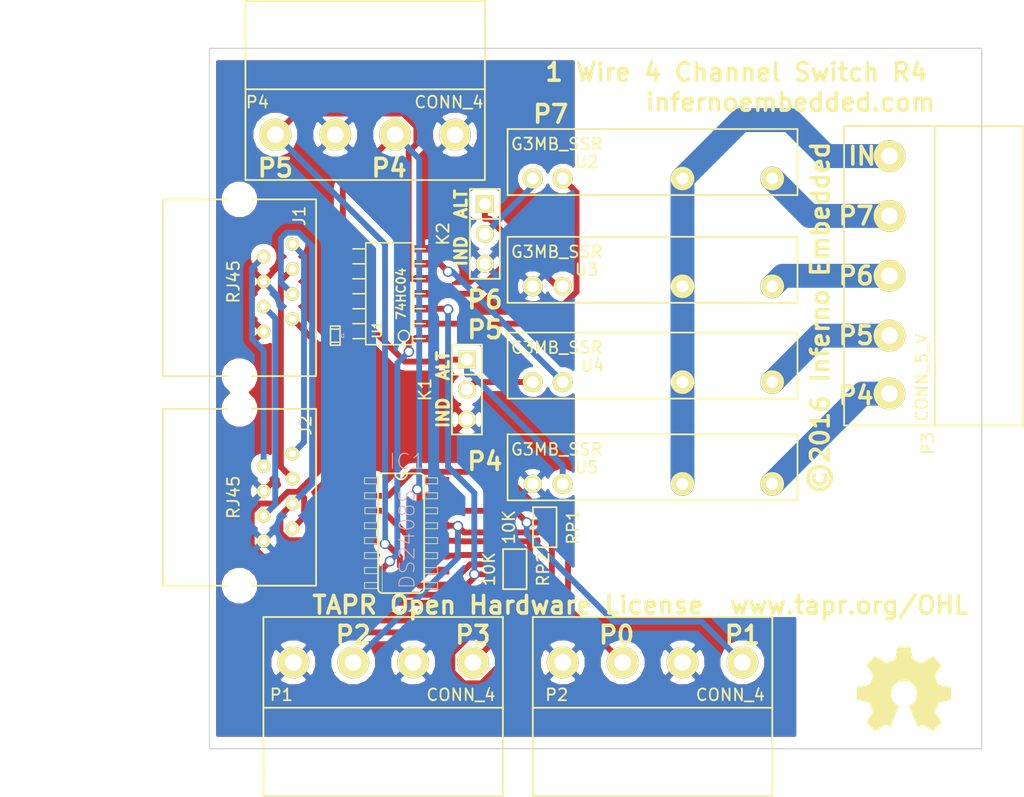
<source format=kicad_pcb>
(kicad_pcb (version 4) (host pcbnew 4.0.1-stable)

  (general
    (links 71)
    (no_connects 1)
    (area 69.088 92.460999 158.491001 165.095001)
    (thickness 1.6)
    (drawings 32)
    (tracks 212)
    (zones 0)
    (modules 18)
    (nets 27)
  )

  (page A3)
  (layers
    (0 F.Cu signal)
    (31 B.Cu signal)
    (32 B.Adhes user)
    (33 F.Adhes user)
    (34 B.Paste user)
    (35 F.Paste user)
    (36 B.SilkS user)
    (37 F.SilkS user)
    (38 B.Mask user)
    (39 F.Mask user)
    (40 Dwgs.User user)
    (41 Cmts.User user)
    (42 Eco1.User user)
    (43 Eco2.User user)
    (44 Edge.Cuts user)
  )

  (setup
    (last_trace_width 0.5)
    (trace_clearance 0.15)
    (zone_clearance 0.508)
    (zone_45_only no)
    (trace_min 0.254)
    (segment_width 0.1)
    (edge_width 0.1)
    (via_size 0.889)
    (via_drill 0.635)
    (via_min_size 0.889)
    (via_min_drill 0.508)
    (uvia_size 0.508)
    (uvia_drill 0.127)
    (uvias_allowed no)
    (uvia_min_size 0.508)
    (uvia_min_drill 0.127)
    (pcb_text_width 0.3)
    (pcb_text_size 1.5 1.5)
    (mod_edge_width 0.15)
    (mod_text_size 1 1)
    (mod_text_width 0.15)
    (pad_size 1.7 1.7)
    (pad_drill 1)
    (pad_to_mask_clearance 0.1)
    (aux_axis_origin 0 0)
    (visible_elements 7FFFFBFF)
    (pcbplotparams
      (layerselection 0x010f0_80000001)
      (usegerberextensions true)
      (excludeedgelayer true)
      (linewidth 0.150000)
      (plotframeref false)
      (viasonmask false)
      (mode 1)
      (useauxorigin false)
      (hpglpennumber 1)
      (hpglpenspeed 20)
      (hpglpendiameter 15)
      (hpglpenoverlay 2)
      (psnegative false)
      (psa4output false)
      (plotreference true)
      (plotvalue true)
      (plotinvisibletext false)
      (padsonsilk false)
      (subtractmaskfromsilk true)
      (outputformat 1)
      (mirror false)
      (drillshape 0)
      (scaleselection 1)
      (outputdirectory gerbers/))
  )

  (net 0 "")
  (net 1 /Mains_In)
  (net 2 /OUT_1)
  (net 3 /OUT_2)
  (net 4 /OUT_3)
  (net 5 /OUT_4)
  (net 6 GND)
  (net 7 N-000001)
  (net 8 N-0000011)
  (net 9 N-0000013)
  (net 10 N-0000014)
  (net 11 N-0000015)
  (net 12 N-0000019)
  (net 13 N-000002)
  (net 14 N-0000020)
  (net 15 N-0000021)
  (net 16 N-0000022)
  (net 17 N-0000023)
  (net 18 N-0000024)
  (net 19 N-0000027)
  (net 20 N-0000029)
  (net 21 N-000003)
  (net 22 N-0000030)
  (net 23 N-000007)
  (net 24 N-000008)
  (net 25 N-000009)
  (net 26 VCC)

  (net_class Default "This is the default net class."
    (clearance 0.15)
    (trace_width 0.5)
    (via_dia 0.889)
    (via_drill 0.635)
    (uvia_dia 0.508)
    (uvia_drill 0.127)
    (add_net GND)
    (add_net N-000001)
    (add_net N-0000011)
    (add_net N-0000013)
    (add_net N-0000014)
    (add_net N-0000015)
    (add_net N-0000019)
    (add_net N-000002)
    (add_net N-0000020)
    (add_net N-0000021)
    (add_net N-0000022)
    (add_net N-0000023)
    (add_net N-0000024)
    (add_net N-0000027)
    (add_net N-0000029)
    (add_net N-000003)
    (add_net N-0000030)
    (add_net N-000007)
    (add_net N-000008)
    (add_net N-000009)
    (add_net VCC)
  )

  (net_class Mains ""
    (clearance 2.5)
    (trace_width 2.03)
    (via_dia 0.889)
    (via_drill 0.635)
    (uvia_dia 0.508)
    (uvia_drill 0.127)
    (add_net /Mains_In)
    (add_net /OUT_1)
    (add_net /OUT_2)
    (add_net /OUT_3)
    (add_net /OUT_4)
  )

  (module 2EDCK-5.08-5PIN (layer F.Cu) (tedit 541C0F6E) (tstamp 537CA0B9)
    (at 140.716 105.664 270)
    (path /5374AF8B)
    (fp_text reference P3 (at 26.924 -7.112 270) (layer F.SilkS)
      (effects (font (size 1 1) (thickness 0.15)))
    )
    (fp_text value CONN_5_V (at 21.336 -6.604 270) (layer F.SilkS)
      (effects (font (size 1 1) (thickness 0.15)))
    )
    (fp_line (start 0 -7.7) (end 0 -15.2) (layer F.SilkS) (width 0.15))
    (fp_line (start 0 -15.2) (end 25.4 -15.2) (layer F.SilkS) (width 0.15))
    (fp_line (start 25.4 -15.2) (end 25.4 -7.7) (layer F.SilkS) (width 0.15))
    (fp_line (start 0 0) (end 25.4 0) (layer F.SilkS) (width 0.15))
    (fp_line (start 25.4 0) (end 25.4 -7.7) (layer F.SilkS) (width 0.15))
    (fp_line (start 25.4 -7.7) (end 0 -7.7) (layer F.SilkS) (width 0.15))
    (fp_line (start 0 -7.7) (end 0 0) (layer F.SilkS) (width 0.15))
    (pad 1 thru_hole circle (at 2.54 -3.85 270) (size 2.7 2.7) (drill 1.4) (layers *.Cu *.Mask F.SilkS)
      (net 1 /Mains_In))
    (pad 2 thru_hole circle (at 7.62 -3.85 270) (size 2.7 2.7) (drill 1.4) (layers *.Cu *.Mask F.SilkS)
      (net 2 /OUT_1))
    (pad 3 thru_hole circle (at 12.7 -3.85 270) (size 2.7 2.7) (drill 1.4) (layers *.Cu *.Mask F.SilkS)
      (net 3 /OUT_2))
    (pad 4 thru_hole circle (at 17.78 -3.85 270) (size 2.7 2.7) (drill 1.4) (layers *.Cu *.Mask F.SilkS)
      (net 4 /OUT_3))
    (pad 5 thru_hole circle (at 22.7 -3.85 270) (size 2.7 2.7) (drill 1.4) (layers *.Cu *.Mask F.SilkS)
      (net 5 /OUT_4))
  )

  (module 2EDCK-5.08-4PIN (layer F.Cu) (tedit 541C184D) (tstamp 537CA0C8)
    (at 111.76 147.32 180)
    (path /5374A8BD)
    (fp_text reference P1 (at 18.796 -6.604 180) (layer F.SilkS)
      (effects (font (size 1 1) (thickness 0.15)))
    )
    (fp_text value CONN_4 (at 3.556 -6.604 180) (layer F.SilkS)
      (effects (font (size 1 1) (thickness 0.15)))
    )
    (fp_line (start 0 -7.7) (end 0 -15.2) (layer F.SilkS) (width 0.15))
    (fp_line (start 0 -15.2) (end 20.32 -15.2) (layer F.SilkS) (width 0.15))
    (fp_line (start 20.32 -15.2) (end 20.32 -7.7) (layer F.SilkS) (width 0.15))
    (fp_line (start 0 0) (end 20.32 0) (layer F.SilkS) (width 0.15))
    (fp_line (start 20.32 0) (end 20.32 -7.7) (layer F.SilkS) (width 0.15))
    (fp_line (start 20.32 -7.7) (end 0 -7.7) (layer F.SilkS) (width 0.15))
    (fp_line (start 0 -7.7) (end 0 0) (layer F.SilkS) (width 0.15))
    (pad 1 thru_hole circle (at 2.54 -3.85 180) (size 2.7 2.7) (drill 1.4) (layers *.Cu *.Mask F.SilkS)
      (net 17 N-0000023))
    (pad 2 thru_hole circle (at 7.62 -3.85 180) (size 2.7 2.7) (drill 1.4) (layers *.Cu *.Mask F.SilkS)
      (net 6 GND))
    (pad 3 thru_hole circle (at 12.7 -3.85 180) (size 2.7 2.7) (drill 1.4) (layers *.Cu *.Mask F.SilkS)
      (net 22 N-0000030))
    (pad 4 thru_hole circle (at 17.78 -3.85 180) (size 2.7 2.7) (drill 1.4) (layers *.Cu *.Mask F.SilkS)
      (net 6 GND))
  )

  (module 2EDCK-5.08-4PIN (layer F.Cu) (tedit 541C184A) (tstamp 537CA0D7)
    (at 134.62 147.32 180)
    (path /5374A8CC)
    (fp_text reference P2 (at 18.288 -6.604 180) (layer F.SilkS)
      (effects (font (size 1 1) (thickness 0.15)))
    )
    (fp_text value CONN_4 (at 3.556 -6.604 180) (layer F.SilkS)
      (effects (font (size 1 1) (thickness 0.15)))
    )
    (fp_line (start 0 -7.7) (end 0 -15.2) (layer F.SilkS) (width 0.15))
    (fp_line (start 0 -15.2) (end 20.32 -15.2) (layer F.SilkS) (width 0.15))
    (fp_line (start 20.32 -15.2) (end 20.32 -7.7) (layer F.SilkS) (width 0.15))
    (fp_line (start 0 0) (end 20.32 0) (layer F.SilkS) (width 0.15))
    (fp_line (start 20.32 0) (end 20.32 -7.7) (layer F.SilkS) (width 0.15))
    (fp_line (start 20.32 -7.7) (end 0 -7.7) (layer F.SilkS) (width 0.15))
    (fp_line (start 0 -7.7) (end 0 0) (layer F.SilkS) (width 0.15))
    (pad 1 thru_hole circle (at 2.54 -3.85 180) (size 2.7 2.7) (drill 1.4) (layers *.Cu *.Mask F.SilkS)
      (net 20 N-0000029))
    (pad 2 thru_hole circle (at 7.62 -3.85 180) (size 2.7 2.7) (drill 1.4) (layers *.Cu *.Mask F.SilkS)
      (net 6 GND))
    (pad 3 thru_hole circle (at 12.7 -3.85 180) (size 2.7 2.7) (drill 1.4) (layers *.Cu *.Mask F.SilkS)
      (net 19 N-0000027))
    (pad 4 thru_hole circle (at 17.78 -3.85 180) (size 2.7 2.7) (drill 1.4) (layers *.Cu *.Mask F.SilkS)
      (net 6 GND))
  )

  (module 1wire-SO16 (layer F.Cu) (tedit 541C1A6B) (tstamp 537DDC07)
    (at 103.124 140.208 270)
    (descr "SMALL OUTLINE PACKAGE")
    (tags "SMALL OUTLINE PACKAGE")
    (path /53749CC7)
    (attr smd)
    (fp_text reference IC1 (at -6.096 -0.508 360) (layer B.SilkS)
      (effects (font (size 1.27 1.27) (thickness 0.0889)))
    )
    (fp_text value DS2408S (at 0.508 -0.508 270) (layer B.SilkS)
      (effects (font (size 1.27 1.27) (thickness 0.0889)))
    )
    (fp_line (start -0.889 -1.9558) (end -0.381 -1.9558) (layer F.SilkS) (width 0.06604))
    (fp_line (start -0.381 -1.9558) (end -0.381 -3.0988) (layer F.SilkS) (width 0.06604))
    (fp_line (start -0.889 -3.0988) (end -0.381 -3.0988) (layer F.SilkS) (width 0.06604))
    (fp_line (start -0.889 -1.9558) (end -0.889 -3.0988) (layer F.SilkS) (width 0.06604))
    (fp_line (start -4.699 3.0988) (end -4.191 3.0988) (layer F.SilkS) (width 0.06604))
    (fp_line (start -4.191 3.0988) (end -4.191 1.9558) (layer F.SilkS) (width 0.06604))
    (fp_line (start -4.699 1.9558) (end -4.191 1.9558) (layer F.SilkS) (width 0.06604))
    (fp_line (start -4.699 3.0988) (end -4.699 1.9558) (layer F.SilkS) (width 0.06604))
    (fp_line (start -3.429 3.0988) (end -2.921 3.0988) (layer F.SilkS) (width 0.06604))
    (fp_line (start -2.921 3.0988) (end -2.921 1.9558) (layer F.SilkS) (width 0.06604))
    (fp_line (start -3.429 1.9558) (end -2.921 1.9558) (layer F.SilkS) (width 0.06604))
    (fp_line (start -3.429 3.0988) (end -3.429 1.9558) (layer F.SilkS) (width 0.06604))
    (fp_line (start -2.159 3.0734) (end -1.651 3.0734) (layer F.SilkS) (width 0.06604))
    (fp_line (start -1.651 3.0734) (end -1.651 1.9304) (layer F.SilkS) (width 0.06604))
    (fp_line (start -2.159 1.9304) (end -1.651 1.9304) (layer F.SilkS) (width 0.06604))
    (fp_line (start -2.159 3.0734) (end -2.159 1.9304) (layer F.SilkS) (width 0.06604))
    (fp_line (start -0.889 3.0988) (end -0.381 3.0988) (layer F.SilkS) (width 0.06604))
    (fp_line (start -0.381 3.0988) (end -0.381 1.9558) (layer F.SilkS) (width 0.06604))
    (fp_line (start -0.889 1.9558) (end -0.381 1.9558) (layer F.SilkS) (width 0.06604))
    (fp_line (start -0.889 3.0988) (end -0.889 1.9558) (layer F.SilkS) (width 0.06604))
    (fp_line (start -2.159 -1.9558) (end -1.651 -1.9558) (layer F.SilkS) (width 0.06604))
    (fp_line (start -1.651 -1.9558) (end -1.651 -3.0988) (layer F.SilkS) (width 0.06604))
    (fp_line (start -2.159 -3.0988) (end -1.651 -3.0988) (layer F.SilkS) (width 0.06604))
    (fp_line (start -2.159 -1.9558) (end -2.159 -3.0988) (layer F.SilkS) (width 0.06604))
    (fp_line (start -3.429 -1.9558) (end -2.921 -1.9558) (layer F.SilkS) (width 0.06604))
    (fp_line (start -2.921 -1.9558) (end -2.921 -3.0988) (layer F.SilkS) (width 0.06604))
    (fp_line (start -3.429 -3.0988) (end -2.921 -3.0988) (layer F.SilkS) (width 0.06604))
    (fp_line (start -3.429 -1.9558) (end -3.429 -3.0988) (layer F.SilkS) (width 0.06604))
    (fp_line (start -4.699 -1.9558) (end -4.191 -1.9558) (layer F.SilkS) (width 0.06604))
    (fp_line (start -4.191 -1.9558) (end -4.191 -3.0988) (layer F.SilkS) (width 0.06604))
    (fp_line (start -4.699 -3.0988) (end -4.191 -3.0988) (layer F.SilkS) (width 0.06604))
    (fp_line (start -4.699 -1.9558) (end -4.699 -3.0988) (layer F.SilkS) (width 0.06604))
    (fp_line (start 0.381 3.0988) (end 0.889 3.0988) (layer F.SilkS) (width 0.06604))
    (fp_line (start 0.889 3.0988) (end 0.889 1.9558) (layer F.SilkS) (width 0.06604))
    (fp_line (start 0.381 1.9558) (end 0.889 1.9558) (layer F.SilkS) (width 0.06604))
    (fp_line (start 0.381 3.0988) (end 0.381 1.9558) (layer F.SilkS) (width 0.06604))
    (fp_line (start 1.651 3.0988) (end 2.159 3.0988) (layer F.SilkS) (width 0.06604))
    (fp_line (start 2.159 3.0988) (end 2.159 1.9558) (layer F.SilkS) (width 0.06604))
    (fp_line (start 1.651 1.9558) (end 2.159 1.9558) (layer F.SilkS) (width 0.06604))
    (fp_line (start 1.651 3.0988) (end 1.651 1.9558) (layer F.SilkS) (width 0.06604))
    (fp_line (start 2.921 3.0988) (end 3.429 3.0988) (layer F.SilkS) (width 0.06604))
    (fp_line (start 3.429 3.0988) (end 3.429 1.9558) (layer F.SilkS) (width 0.06604))
    (fp_line (start 2.921 1.9558) (end 3.429 1.9558) (layer F.SilkS) (width 0.06604))
    (fp_line (start 2.921 3.0988) (end 2.921 1.9558) (layer F.SilkS) (width 0.06604))
    (fp_line (start 4.191 3.0988) (end 4.699 3.0988) (layer F.SilkS) (width 0.06604))
    (fp_line (start 4.699 3.0988) (end 4.699 1.9558) (layer F.SilkS) (width 0.06604))
    (fp_line (start 4.191 1.9558) (end 4.699 1.9558) (layer F.SilkS) (width 0.06604))
    (fp_line (start 4.191 3.0988) (end 4.191 1.9558) (layer F.SilkS) (width 0.06604))
    (fp_line (start 0.381 -1.9558) (end 0.889 -1.9558) (layer F.SilkS) (width 0.06604))
    (fp_line (start 0.889 -1.9558) (end 0.889 -3.0988) (layer F.SilkS) (width 0.06604))
    (fp_line (start 0.381 -3.0988) (end 0.889 -3.0988) (layer F.SilkS) (width 0.06604))
    (fp_line (start 0.381 -1.9558) (end 0.381 -3.0988) (layer F.SilkS) (width 0.06604))
    (fp_line (start 1.651 -1.9558) (end 2.159 -1.9558) (layer F.SilkS) (width 0.06604))
    (fp_line (start 2.159 -1.9558) (end 2.159 -3.0988) (layer F.SilkS) (width 0.06604))
    (fp_line (start 1.651 -3.0988) (end 2.159 -3.0988) (layer F.SilkS) (width 0.06604))
    (fp_line (start 1.651 -1.9558) (end 1.651 -3.0988) (layer F.SilkS) (width 0.06604))
    (fp_line (start 2.921 -1.9558) (end 3.429 -1.9558) (layer F.SilkS) (width 0.06604))
    (fp_line (start 3.429 -1.9558) (end 3.429 -3.0988) (layer F.SilkS) (width 0.06604))
    (fp_line (start 2.921 -3.0988) (end 3.429 -3.0988) (layer F.SilkS) (width 0.06604))
    (fp_line (start 2.921 -1.9558) (end 2.921 -3.0988) (layer F.SilkS) (width 0.06604))
    (fp_line (start 4.191 -1.9558) (end 4.699 -1.9558) (layer F.SilkS) (width 0.06604))
    (fp_line (start 4.699 -1.9558) (end 4.699 -3.0988) (layer F.SilkS) (width 0.06604))
    (fp_line (start 4.191 -3.0988) (end 4.699 -3.0988) (layer F.SilkS) (width 0.06604))
    (fp_line (start 4.191 -1.9558) (end 4.191 -3.0988) (layer F.SilkS) (width 0.06604))
    (fp_line (start 4.699 -1.9558) (end -4.699 -1.9558) (layer F.SilkS) (width 0.1524))
    (fp_line (start -4.699 1.9558) (end 4.699 1.9558) (layer F.SilkS) (width 0.1524))
    (fp_line (start 5.08 1.5748) (end 5.08 -1.5748) (layer F.SilkS) (width 0.1524))
    (fp_line (start -5.08 -1.5748) (end -5.08 -0.508) (layer F.SilkS) (width 0.1524))
    (fp_line (start -5.08 -0.508) (end -5.08 0.508) (layer F.SilkS) (width 0.1524))
    (fp_line (start -5.08 0.508) (end -5.08 1.5748) (layer F.SilkS) (width 0.1524))
    (fp_line (start -5.08 1.6002) (end 5.08 1.6002) (layer F.SilkS) (width 0.0508))
    (fp_arc (start 4.699 1.5748) (end 5.08 1.5748) (angle 90) (layer F.SilkS) (width 0.1524))
    (fp_arc (start -4.699 -1.5748) (end -5.08 -1.5748) (angle 90) (layer F.SilkS) (width 0.1524))
    (fp_arc (start 4.699 -1.5748) (end 4.699 -1.9558) (angle 90) (layer F.SilkS) (width 0.1524))
    (fp_arc (start -4.699 1.5748) (end -4.699 1.9558) (angle 90) (layer F.SilkS) (width 0.1524))
    (fp_arc (start -5.08 0) (end -5.08 -0.508) (angle 180) (layer F.SilkS) (width 0.1524))
    (pad 1 smd rect (at -4.445 3.0734 270) (size 0.6604 2.032) (layers F.Cu F.Paste F.Mask))
    (pad 2 smd rect (at -3.175 3.0734 270) (size 0.6604 2.032) (layers F.Cu F.Paste F.Mask)
      (net 19 N-0000027))
    (pad 3 smd rect (at -1.905 3.0734 270) (size 0.6604 2.032) (layers F.Cu F.Paste F.Mask)
      (net 26 VCC))
    (pad 4 smd rect (at -0.635 3.0734 270) (size 0.6604 2.032) (layers F.Cu F.Paste F.Mask)
      (net 16 N-0000022))
    (pad 5 smd rect (at 0.635 3.0734 270) (size 0.6604 2.032) (layers F.Cu F.Paste F.Mask)
      (net 6 GND))
    (pad 6 smd rect (at 1.905 3.0734 270) (size 0.6604 2.032) (layers F.Cu F.Paste F.Mask))
    (pad 7 smd rect (at 3.175 3.0734 270) (size 0.6604 2.032) (layers F.Cu F.Paste F.Mask)
      (net 21 N-000003))
    (pad 8 smd rect (at 4.445 3.0734 270) (size 0.6604 2.032) (layers F.Cu F.Paste F.Mask)
      (net 11 N-0000015))
    (pad 9 smd rect (at 4.445 -3.0734 270) (size 0.6604 2.032) (layers F.Cu F.Paste F.Mask)
      (net 10 N-0000014))
    (pad 10 smd rect (at 3.175 -3.0734 270) (size 0.6604 2.032) (layers F.Cu F.Paste F.Mask)
      (net 26 VCC))
    (pad 11 smd rect (at 1.905 -3.0734 270) (size 0.6604 2.032) (layers F.Cu F.Paste F.Mask)
      (net 9 N-0000013))
    (pad 12 smd rect (at 0.635 -3.0734 270) (size 0.6604 2.032) (layers F.Cu F.Paste F.Mask)
      (net 17 N-0000023))
    (pad 13 smd rect (at -0.635 -3.0734 270) (size 0.6604 2.032) (layers F.Cu F.Paste F.Mask)
      (net 22 N-0000030))
    (pad 14 smd rect (at -1.905 -3.0734 270) (size 0.6604 2.032) (layers F.Cu F.Paste F.Mask)
      (net 20 N-0000029))
    (pad 15 smd rect (at -3.175 -3.0734 270) (size 0.6604 2.032) (layers F.Cu F.Paste F.Mask))
    (pad 16 smd rect (at -4.445 -3.0734 270) (size 0.6604 2.032) (layers F.Cu F.Paste F.Mask))
  )

  (module 0603_Pack4 (layer F.Cu) (tedit 541C1870) (tstamp 537CA147)
    (at 115.316 139.7 90)
    (path /5374A73E)
    (fp_text reference RP1 (at 0 2.4 90) (layer F.SilkS)
      (effects (font (size 1 1) (thickness 0.15)))
    )
    (fp_text value 10K (at 0 -3.048 90) (layer F.SilkS)
      (effects (font (size 1 1) (thickness 0.15)))
    )
    (fp_line (start 1.7 -1) (end 1.7 1) (layer F.SilkS) (width 0.15))
    (fp_line (start 1.7 1) (end -1.7 1) (layer F.SilkS) (width 0.15))
    (fp_line (start -1.7 1) (end -1.7 -1) (layer F.SilkS) (width 0.15))
    (fp_line (start -1.7 -1) (end 1.7 -1) (layer F.SilkS) (width 0.15))
    (pad 1 smd rect (at -1.2 -0.6 90) (size 0.65 0.4) (layers F.Cu F.Paste F.Mask)
      (net 17 N-0000023))
    (pad 8 smd rect (at -1.2 0.6 90) (size 0.65 0.4) (layers F.Cu F.Paste F.Mask)
      (net 26 VCC))
    (pad 4 smd rect (at 1.2 -0.6 90) (size 0.65 0.4) (layers F.Cu F.Paste F.Mask)
      (net 19 N-0000027))
    (pad 5 smd rect (at 1.2 0.6 90) (size 0.65 0.4) (layers F.Cu F.Paste F.Mask)
      (net 26 VCC))
    (pad 2 smd rect (at -0.4 -0.6 90) (size 0.45 0.4) (layers F.Cu F.Paste F.Mask)
      (net 22 N-0000030))
    (pad 3 smd rect (at 0.4 -0.6 90) (size 0.45 0.4) (layers F.Cu F.Paste F.Mask)
      (net 20 N-0000029))
    (pad 6 smd rect (at 0.4 0.6 90) (size 0.45 0.4) (layers F.Cu F.Paste F.Mask)
      (net 26 VCC))
    (pad 7 smd rect (at -0.4 0.6 90) (size 0.45 0.4) (layers F.Cu F.Paste F.Mask)
      (net 26 VCC))
  )

  (module 0603_Pack4 (layer F.Cu) (tedit 5378B4E6) (tstamp 537CA157)
    (at 112.776 143.256 90)
    (path /53787282)
    (fp_text reference RP2 (at 0 2.4 90) (layer F.SilkS)
      (effects (font (size 1 1) (thickness 0.15)))
    )
    (fp_text value 10K (at 0 -2.2 90) (layer F.SilkS)
      (effects (font (size 1 1) (thickness 0.15)))
    )
    (fp_line (start 1.7 -1) (end 1.7 1) (layer F.SilkS) (width 0.15))
    (fp_line (start 1.7 1) (end -1.7 1) (layer F.SilkS) (width 0.15))
    (fp_line (start -1.7 1) (end -1.7 -1) (layer F.SilkS) (width 0.15))
    (fp_line (start -1.7 -1) (end 1.7 -1) (layer F.SilkS) (width 0.15))
    (pad 1 smd rect (at -1.2 -0.6 90) (size 0.65 0.4) (layers F.Cu F.Paste F.Mask)
      (net 21 N-000003))
    (pad 8 smd rect (at -1.2 0.6 90) (size 0.65 0.4) (layers F.Cu F.Paste F.Mask)
      (net 26 VCC))
    (pad 4 smd rect (at 1.2 -0.6 90) (size 0.65 0.4) (layers F.Cu F.Paste F.Mask)
      (net 9 N-0000013))
    (pad 5 smd rect (at 1.2 0.6 90) (size 0.65 0.4) (layers F.Cu F.Paste F.Mask)
      (net 26 VCC))
    (pad 2 smd rect (at -0.4 -0.6 90) (size 0.45 0.4) (layers F.Cu F.Paste F.Mask)
      (net 11 N-0000015))
    (pad 3 smd rect (at 0.4 -0.6 90) (size 0.45 0.4) (layers F.Cu F.Paste F.Mask)
      (net 10 N-0000014))
    (pad 6 smd rect (at 0.4 0.6 90) (size 0.45 0.4) (layers F.Cu F.Paste F.Mask)
      (net 26 VCC))
    (pad 7 smd rect (at -0.4 0.6 90) (size 0.45 0.4) (layers F.Cu F.Paste F.Mask)
      (net 26 VCC))
  )

  (module c_0603 (layer F.Cu) (tedit 537DE377) (tstamp 537DDA1C)
    (at 97.536 123.444 270)
    (descr "SMT capacitor, 0603")
    (path /537DDA53)
    (fp_text reference C1 (at 0 -0.635 270) (layer F.SilkS)
      (effects (font (size 0.20066 0.20066) (thickness 0.04064)))
    )
    (fp_text value 100nF (at 0 0 360) (layer F.SilkS) hide
      (effects (font (size 0.20066 0.20066) (thickness 0.04064)))
    )
    (fp_line (start 0.5588 0.4064) (end 0.5588 -0.4064) (layer F.SilkS) (width 0.127))
    (fp_line (start -0.5588 -0.381) (end -0.5588 0.4064) (layer F.SilkS) (width 0.127))
    (fp_line (start -0.8128 -0.4064) (end 0.8128 -0.4064) (layer F.SilkS) (width 0.127))
    (fp_line (start 0.8128 -0.4064) (end 0.8128 0.4064) (layer F.SilkS) (width 0.127))
    (fp_line (start 0.8128 0.4064) (end -0.8128 0.4064) (layer F.SilkS) (width 0.127))
    (fp_line (start -0.8128 0.4064) (end -0.8128 -0.4064) (layer F.SilkS) (width 0.127))
    (pad 1 smd rect (at 0.75184 0 270) (size 0.89916 1.00076) (layers F.Cu F.Paste F.Mask)
      (net 26 VCC))
    (pad 2 smd rect (at -0.75184 0 270) (size 0.89916 1.00076) (layers F.Cu F.Paste F.Mask)
      (net 6 GND))
    (model smd/capacitors/c_0603.wrl
      (at (xyz 0 0 0))
      (scale (xyz 1 1 1))
      (rotate (xyz 0 0 0))
    )
  )

  (module PIN_ARRAY_3X1 (layer F.Cu) (tedit 541C0FB1) (tstamp 5382FE94)
    (at 110.236 114.808 270)
    (descr "Connecteur 3 pins")
    (tags "CONN DEV")
    (path /5382FD5C)
    (fp_text reference K2 (at 0 3.556 270) (layer F.SilkS)
      (effects (font (size 1.016 1.016) (thickness 0.1524)))
    )
    (fp_text value CONN_3 (at 5.588 2.54 270) (layer F.SilkS) hide
      (effects (font (size 1.016 1.016) (thickness 0.1524)))
    )
    (fp_line (start -3.81 1.27) (end -3.81 -1.27) (layer F.SilkS) (width 0.1524))
    (fp_line (start -3.81 -1.27) (end 3.81 -1.27) (layer F.SilkS) (width 0.1524))
    (fp_line (start 3.81 -1.27) (end 3.81 1.27) (layer F.SilkS) (width 0.1524))
    (fp_line (start 3.81 1.27) (end -3.81 1.27) (layer F.SilkS) (width 0.1524))
    (fp_line (start -1.27 -1.27) (end -1.27 1.27) (layer F.SilkS) (width 0.1524))
    (pad 1 thru_hole rect (at -2.54 0 270) (size 1.524 1.524) (drill 1.016) (layers *.Cu *.Mask F.SilkS)
      (net 24 N-000008))
    (pad 2 thru_hole circle (at 0 0 270) (size 1.524 1.524) (drill 1.016) (layers *.Cu *.Mask F.SilkS)
      (net 8 N-0000011))
    (pad 3 thru_hole circle (at 2.54 0 270) (size 1.524 1.524) (drill 1.016) (layers *.Cu *.Mask F.SilkS)
      (net 6 GND))
    (model pin_array/pins_array_3x1.wrl
      (at (xyz 0 0 0))
      (scale (xyz 1 1 1))
      (rotate (xyz 0 0 0))
    )
  )

  (module PIN_ARRAY_3X1 (layer F.Cu) (tedit 53F1DEF1) (tstamp 5382FEA0)
    (at 108.712 128.016 270)
    (descr "Connecteur 3 pins")
    (tags "CONN DEV")
    (path /538301F8)
    (fp_text reference K1 (at 0 3.556 270) (layer F.SilkS)
      (effects (font (size 1.016 1.016) (thickness 0.1524)))
    )
    (fp_text value CONN_3 (at 0 -2.159 270) (layer F.SilkS) hide
      (effects (font (size 1.016 1.016) (thickness 0.1524)))
    )
    (fp_line (start -3.81 1.27) (end -3.81 -1.27) (layer F.SilkS) (width 0.1524))
    (fp_line (start -3.81 -1.27) (end 3.81 -1.27) (layer F.SilkS) (width 0.1524))
    (fp_line (start 3.81 -1.27) (end 3.81 1.27) (layer F.SilkS) (width 0.1524))
    (fp_line (start 3.81 1.27) (end -3.81 1.27) (layer F.SilkS) (width 0.1524))
    (fp_line (start -1.27 -1.27) (end -1.27 1.27) (layer F.SilkS) (width 0.1524))
    (pad 1 thru_hole rect (at -2.54 0 270) (size 1.524 1.524) (drill 1.016) (layers *.Cu *.Mask F.SilkS)
      (net 7 N-000001))
    (pad 2 thru_hole circle (at 0 0 270) (size 1.524 1.524) (drill 1.016) (layers *.Cu *.Mask F.SilkS)
      (net 23 N-000007))
    (pad 3 thru_hole circle (at 2.54 0 270) (size 1.524 1.524) (drill 1.016) (layers *.Cu *.Mask F.SilkS)
      (net 6 GND))
    (model pin_array/pins_array_3x1.wrl
      (at (xyz 0 0 0))
      (scale (xyz 1 1 1))
      (rotate (xyz 0 0 0))
    )
  )

  (module 2EDCK-5.08-4PIN (layer F.Cu) (tedit 541C18BD) (tstamp 5382FEAF)
    (at 89.916 110.236)
    (path /5382F9E0)
    (fp_text reference P4 (at 1.016 -6.604) (layer F.SilkS)
      (effects (font (size 1 1) (thickness 0.15)))
    )
    (fp_text value CONN_4 (at 17.272 -6.604) (layer F.SilkS)
      (effects (font (size 1 1) (thickness 0.15)))
    )
    (fp_line (start 0 -7.7) (end 0 -15.2) (layer F.SilkS) (width 0.15))
    (fp_line (start 0 -15.2) (end 20.32 -15.2) (layer F.SilkS) (width 0.15))
    (fp_line (start 20.32 -15.2) (end 20.32 -7.7) (layer F.SilkS) (width 0.15))
    (fp_line (start 0 0) (end 20.32 0) (layer F.SilkS) (width 0.15))
    (fp_line (start 20.32 0) (end 20.32 -7.7) (layer F.SilkS) (width 0.15))
    (fp_line (start 20.32 -7.7) (end 0 -7.7) (layer F.SilkS) (width 0.15))
    (fp_line (start 0 -7.7) (end 0 0) (layer F.SilkS) (width 0.15))
    (pad 1 thru_hole circle (at 2.54 -3.85) (size 2.7 2.7) (drill 1.4) (layers *.Cu *.Mask F.SilkS)
      (net 10 N-0000014))
    (pad 2 thru_hole circle (at 7.62 -3.85) (size 2.7 2.7) (drill 1.4) (layers *.Cu *.Mask F.SilkS)
      (net 6 GND))
    (pad 3 thru_hole circle (at 12.7 -3.85) (size 2.7 2.7) (drill 1.4) (layers *.Cu *.Mask F.SilkS)
      (net 9 N-0000013))
    (pad 4 thru_hole circle (at 17.78 -3.85) (size 2.7 2.7) (drill 1.4) (layers *.Cu *.Mask F.SilkS)
      (net 6 GND))
  )

  (module so-14 (layer F.Cu) (tedit 541C1934) (tstamp 5396C35C)
    (at 102.108 119.888 90)
    (descr SO-14)
    (path /53786AEB)
    (attr smd)
    (fp_text reference U1 (at -3.048 -1.016 90) (layer F.SilkS)
      (effects (font (size 0.7493 0.7493) (thickness 0.14986)))
    )
    (fp_text value 74HC04 (at 0 1.016 90) (layer F.SilkS)
      (effects (font (size 0.7493 0.7493) (thickness 0.14986)))
    )
    (fp_line (start -4.318 -1.9812) (end -4.318 1.9812) (layer F.SilkS) (width 0.127))
    (fp_line (start -4.318 1.9812) (end 4.318 1.9812) (layer F.SilkS) (width 0.127))
    (fp_line (start 4.318 1.9812) (end 4.318 -1.9812) (layer F.SilkS) (width 0.127))
    (fp_line (start 4.318 -1.9812) (end -4.318 -1.9812) (layer F.SilkS) (width 0.127))
    (fp_line (start -2.54 -1.9812) (end -2.54 -3.0734) (layer F.SilkS) (width 0.127))
    (fp_line (start -1.27 -1.9812) (end -1.27 -3.0734) (layer F.SilkS) (width 0.127))
    (fp_line (start 0 -1.9812) (end 0 -3.0734) (layer F.SilkS) (width 0.127))
    (fp_line (start -3.81 -1.9812) (end -3.81 -3.0734) (layer F.SilkS) (width 0.127))
    (fp_line (start 1.27 -3.0734) (end 1.27 -1.9812) (layer F.SilkS) (width 0.127))
    (fp_line (start 2.54 -3.0734) (end 2.54 -1.9812) (layer F.SilkS) (width 0.127))
    (fp_line (start 3.81 -3.0734) (end 3.81 -1.9812) (layer F.SilkS) (width 0.127))
    (fp_line (start 3.81 1.9812) (end 3.81 3.0734) (layer F.SilkS) (width 0.127))
    (fp_line (start 2.54 1.9812) (end 2.54 3.0734) (layer F.SilkS) (width 0.127))
    (fp_line (start -3.81 1.9812) (end -3.81 3.0734) (layer F.SilkS) (width 0.127))
    (fp_line (start -2.54 3.0734) (end -2.54 1.9812) (layer F.SilkS) (width 0.127))
    (fp_line (start 1.27 3.0734) (end 1.27 1.9812) (layer F.SilkS) (width 0.127))
    (fp_line (start 0 3.0734) (end 0 1.9812) (layer F.SilkS) (width 0.127))
    (fp_line (start -1.27 3.0734) (end -1.27 1.9812) (layer F.SilkS) (width 0.127))
    (fp_circle (center -3.5814 1.2446) (end -3.8608 1.6256) (layer F.SilkS) (width 0.127))
    (pad 1 smd rect (at -3.81 2.794 90) (size 0.635 1.27) (layers F.Cu F.Paste F.Mask)
      (net 21 N-000003))
    (pad 2 smd rect (at -2.54 2.794 90) (size 0.635 1.27) (layers F.Cu F.Paste F.Mask)
      (net 25 N-000009))
    (pad 3 smd rect (at -1.27 2.794 90) (size 0.635 1.27) (layers F.Cu F.Paste F.Mask)
      (net 11 N-0000015))
    (pad 4 smd rect (at 0 2.794 90) (size 0.635 1.27) (layers F.Cu F.Paste F.Mask)
      (net 24 N-000008))
    (pad 5 smd rect (at 1.27 2.794 90) (size 0.635 1.27) (layers F.Cu F.Paste F.Mask)
      (net 10 N-0000014))
    (pad 6 smd rect (at 2.54 2.794 90) (size 0.635 1.27) (layers F.Cu F.Paste F.Mask)
      (net 13 N-000002))
    (pad 7 smd rect (at 3.81 2.794 90) (size 0.635 1.27) (layers F.Cu F.Paste F.Mask)
      (net 6 GND))
    (pad 8 smd rect (at 3.81 -2.794 90) (size 0.635 1.27) (layers F.Cu F.Paste F.Mask)
      (net 7 N-000001))
    (pad 9 smd rect (at 2.54 -2.794 90) (size 0.635 1.27) (layers F.Cu F.Paste F.Mask)
      (net 9 N-0000013))
    (pad 10 smd rect (at 1.27 -2.794 90) (size 0.635 1.27) (layers F.Cu F.Paste F.Mask))
    (pad 11 smd rect (at 0 -2.794 90) (size 0.635 1.27) (layers F.Cu F.Paste F.Mask)
      (net 6 GND))
    (pad 12 smd rect (at -1.27 -2.794 90) (size 0.635 1.27) (layers F.Cu F.Paste F.Mask))
    (pad 13 smd rect (at -2.54 -2.794 90) (size 0.635 1.27) (layers F.Cu F.Paste F.Mask)
      (net 6 GND))
    (pad 14 smd rect (at -3.81 -2.794 90) (size 0.635 1.27) (layers F.Cu F.Paste F.Mask)
      (net 26 VCC))
    (model smd/smd_dil/so-14.wrl
      (at (xyz 0 0 0))
      (scale (xyz 1 1 1))
      (rotate (xyz 0 0 0))
    )
  )

  (module OSHW-logo_silkscreen-front_8mm (layer F.Cu) (tedit 0) (tstamp 5396D152)
    (at 145.796 153.416)
    (fp_text reference G*** (at 0 4.2418) (layer F.SilkS) hide
      (effects (font (size 0.36322 0.36322) (thickness 0.07112)))
    )
    (fp_text value OSHW-logo_silkscreen-front_8mm (at 0 -4.2418) (layer F.SilkS) hide
      (effects (font (size 0.36322 0.36322) (thickness 0.07112)))
    )
    (fp_poly (pts (xy -2.42316 3.59156) (xy -2.38252 3.57124) (xy -2.28854 3.51282) (xy -2.15392 3.42392)
      (xy -1.99644 3.31978) (xy -1.83896 3.21056) (xy -1.70942 3.1242) (xy -1.61798 3.06578)
      (xy -1.57988 3.04546) (xy -1.55956 3.05054) (xy -1.48336 3.08864) (xy -1.37414 3.14452)
      (xy -1.31064 3.17754) (xy -1.21158 3.22072) (xy -1.16078 3.23088) (xy -1.15316 3.21564)
      (xy -1.11506 3.13944) (xy -1.05918 3.00736) (xy -0.98298 2.83464) (xy -0.89662 2.63144)
      (xy -0.80264 2.413) (xy -0.7112 2.18948) (xy -0.6223 1.97612) (xy -0.54356 1.78562)
      (xy -0.48006 1.63068) (xy -0.43942 1.52146) (xy -0.42418 1.47574) (xy -0.42926 1.46558)
      (xy -0.48006 1.41732) (xy -0.56642 1.35128) (xy -0.75692 1.19634) (xy -0.94234 0.96266)
      (xy -1.05664 0.6985) (xy -1.09474 0.40386) (xy -1.06172 0.13208) (xy -0.95504 -0.12954)
      (xy -0.77216 -0.36576) (xy -0.55118 -0.54102) (xy -0.2921 -0.65278) (xy 0 -0.68834)
      (xy 0.2794 -0.65786) (xy 0.5461 -0.55118) (xy 0.78232 -0.37084) (xy 0.88138 -0.25654)
      (xy 1.01854 -0.01778) (xy 1.09728 0.23876) (xy 1.1049 0.30226) (xy 1.09474 0.5842)
      (xy 1.01092 0.85344) (xy 0.8636 1.09474) (xy 0.65786 1.29032) (xy 0.62992 1.31064)
      (xy 0.53594 1.38176) (xy 0.47244 1.43002) (xy 0.42164 1.47066) (xy 0.77978 2.33172)
      (xy 0.83566 2.46888) (xy 0.93472 2.7051) (xy 1.02108 2.9083) (xy 1.08966 3.06832)
      (xy 1.13792 3.17754) (xy 1.15824 3.22072) (xy 1.16078 3.22326) (xy 1.19126 3.22834)
      (xy 1.2573 3.20294) (xy 1.37668 3.14452) (xy 1.45796 3.10388) (xy 1.5494 3.0607)
      (xy 1.59004 3.04546) (xy 1.6256 3.06324) (xy 1.71196 3.12166) (xy 1.8415 3.20548)
      (xy 1.9939 3.30962) (xy 2.14122 3.41122) (xy 2.27584 3.50012) (xy 2.3749 3.56108)
      (xy 2.42316 3.58902) (xy 2.43078 3.58902) (xy 2.47142 3.56362) (xy 2.55016 3.50012)
      (xy 2.667 3.38836) (xy 2.8321 3.2258) (xy 2.8575 3.2004) (xy 2.99466 3.0607)
      (xy 3.10642 2.94386) (xy 3.18008 2.86258) (xy 3.20548 2.82448) (xy 3.20548 2.82448)
      (xy 3.18262 2.77622) (xy 3.11912 2.6797) (xy 3.03022 2.54254) (xy 2.921 2.38252)
      (xy 2.63652 1.9685) (xy 2.794 1.57734) (xy 2.84226 1.45796) (xy 2.90322 1.31318)
      (xy 2.9464 1.20904) (xy 2.9718 1.16332) (xy 3.01244 1.14808) (xy 3.12166 1.12268)
      (xy 3.2766 1.08966) (xy 3.45948 1.05664) (xy 3.63728 1.02362) (xy 3.7973 0.99314)
      (xy 3.9116 0.97028) (xy 3.9624 0.96012) (xy 3.9751 0.9525) (xy 3.98526 0.9271)
      (xy 3.99288 0.87376) (xy 3.99542 0.77724) (xy 3.99796 0.62484) (xy 3.99796 0.40386)
      (xy 3.99796 0.381) (xy 3.99542 0.17018) (xy 3.99288 0.00254) (xy 3.9878 -0.10668)
      (xy 3.98018 -0.14986) (xy 3.98018 -0.14986) (xy 3.92938 -0.16256) (xy 3.81762 -0.18542)
      (xy 3.6576 -0.21844) (xy 3.4671 -0.254) (xy 3.45694 -0.25654) (xy 3.26644 -0.2921)
      (xy 3.10896 -0.32512) (xy 2.9972 -0.35052) (xy 2.95148 -0.36576) (xy 2.94132 -0.37846)
      (xy 2.90322 -0.45212) (xy 2.84734 -0.56896) (xy 2.78638 -0.71374) (xy 2.72288 -0.86106)
      (xy 2.66954 -0.99568) (xy 2.63398 -1.09474) (xy 2.62382 -1.14046) (xy 2.62382 -1.14046)
      (xy 2.65176 -1.18618) (xy 2.7178 -1.28524) (xy 2.80924 -1.41986) (xy 2.921 -1.58242)
      (xy 2.92862 -1.59512) (xy 3.03784 -1.75514) (xy 3.12674 -1.88976) (xy 3.18516 -1.98628)
      (xy 3.20548 -2.02946) (xy 3.20548 -2.032) (xy 3.16992 -2.08026) (xy 3.08864 -2.16916)
      (xy 2.9718 -2.29108) (xy 2.8321 -2.43332) (xy 2.78638 -2.4765) (xy 2.63144 -2.6289)
      (xy 2.52476 -2.72796) (xy 2.45618 -2.7813) (xy 2.42316 -2.794) (xy 2.42316 -2.79146)
      (xy 2.3749 -2.76352) (xy 2.2733 -2.69748) (xy 2.13614 -2.6035) (xy 1.97358 -2.49428)
      (xy 1.96342 -2.48666) (xy 1.8034 -2.37744) (xy 1.67132 -2.28854) (xy 1.5748 -2.22504)
      (xy 1.53416 -2.19964) (xy 1.52654 -2.19964) (xy 1.46304 -2.21996) (xy 1.34874 -2.25806)
      (xy 1.20904 -2.31394) (xy 1.06172 -2.37236) (xy 0.9271 -2.42824) (xy 0.8255 -2.4765)
      (xy 0.77724 -2.5019) (xy 0.77724 -2.50444) (xy 0.75946 -2.56286) (xy 0.73152 -2.68224)
      (xy 0.6985 -2.84734) (xy 0.6604 -3.04292) (xy 0.65532 -3.0734) (xy 0.61976 -3.2639)
      (xy 0.58928 -3.42138) (xy 0.56642 -3.5306) (xy 0.55372 -3.57632) (xy 0.52832 -3.5814)
      (xy 0.43434 -3.58902) (xy 0.2921 -3.59156) (xy 0.11938 -3.5941) (xy -0.06096 -3.59156)
      (xy -0.23622 -3.58902) (xy -0.38862 -3.58394) (xy -0.4953 -3.57632) (xy -0.54102 -3.56616)
      (xy -0.54356 -3.56362) (xy -0.5588 -3.5052) (xy -0.5842 -3.38582) (xy -0.61976 -3.22072)
      (xy -0.65786 -3.0226) (xy -0.66294 -2.98958) (xy -0.6985 -2.79908) (xy -0.73152 -2.64414)
      (xy -0.75438 -2.53492) (xy -0.76708 -2.49428) (xy -0.78232 -2.48412) (xy -0.86106 -2.4511)
      (xy -0.98806 -2.39776) (xy -1.14808 -2.33426) (xy -1.51384 -2.1844) (xy -1.96088 -2.49428)
      (xy -2.00406 -2.52222) (xy -2.16408 -2.63144) (xy -2.2987 -2.72034) (xy -2.39014 -2.77876)
      (xy -2.42824 -2.80162) (xy -2.43078 -2.79908) (xy -2.4765 -2.76098) (xy -2.5654 -2.67716)
      (xy -2.68732 -2.55778) (xy -2.82702 -2.41808) (xy -2.93116 -2.31394) (xy -3.05562 -2.18694)
      (xy -3.13436 -2.10312) (xy -3.17754 -2.04724) (xy -3.19278 -2.01422) (xy -3.1877 -1.9939)
      (xy -3.15976 -1.94818) (xy -3.09372 -1.84912) (xy -3.00228 -1.71196) (xy -2.89306 -1.55448)
      (xy -2.80162 -1.41986) (xy -2.7051 -1.27) (xy -2.6416 -1.16332) (xy -2.61874 -1.10998)
      (xy -2.62382 -1.08712) (xy -2.65684 -1.00076) (xy -2.71018 -0.86614) (xy -2.77622 -0.70866)
      (xy -2.9337 -0.35306) (xy -3.16738 -0.30988) (xy -3.30708 -0.28194) (xy -3.5052 -0.24384)
      (xy -3.69316 -0.20828) (xy -3.9878 -0.14986) (xy -3.99796 0.93218) (xy -3.95224 0.9525)
      (xy -3.90906 0.9652) (xy -3.79984 0.98806) (xy -3.6449 1.01854) (xy -3.45948 1.0541)
      (xy -3.30454 1.08458) (xy -3.14452 1.11252) (xy -3.03276 1.13538) (xy -2.98196 1.14554)
      (xy -2.96926 1.16332) (xy -2.92862 1.23952) (xy -2.87274 1.36144) (xy -2.81178 1.50876)
      (xy -2.74828 1.65862) (xy -2.6924 1.79832) (xy -2.65176 1.905) (xy -2.63906 1.96088)
      (xy -2.65938 2.00406) (xy -2.72034 2.0955) (xy -2.8067 2.22758) (xy -2.91338 2.38506)
      (xy -3.0226 2.54254) (xy -3.1115 2.67716) (xy -3.175 2.77368) (xy -3.2004 2.81686)
      (xy -3.1877 2.84734) (xy -3.12674 2.92354) (xy -3.00736 3.04546) (xy -2.8321 3.22072)
      (xy -2.80162 3.24866) (xy -2.66192 3.38328) (xy -2.54254 3.4925) (xy -2.46126 3.56616)
      (xy -2.42316 3.59156)) (layer F.SilkS) (width 0.00254))
  )

  (module G3MB (layer F.Cu) (tedit 572ED207) (tstamp 537CA0A9)
    (at 124.46 134.62)
    (path /5379D9CE)
    (fp_text reference U5 (at -5.588 0) (layer F.SilkS)
      (effects (font (size 1 1) (thickness 0.15)))
    )
    (fp_text value G3MB_SSR (at -8.128 -1.524) (layer F.SilkS)
      (effects (font (size 1 1) (thickness 0.15)))
    )
    (fp_line (start -12.3 -2.8) (end 12.3 -2.8) (layer F.SilkS) (width 0.15))
    (fp_line (start 12.3 -2.8) (end 12.3 2.8) (layer F.SilkS) (width 0.15))
    (fp_line (start 12.3 2.8) (end -12.3 2.8) (layer F.SilkS) (width 0.15))
    (fp_line (start -12.3 2.8) (end -12.3 -2.8) (layer F.SilkS) (width 0.15))
    (pad 4 thru_hole circle (at -10.16 1.4) (size 1.55 1.55) (drill 1) (layers *.Cu *.Mask F.SilkS)
      (net 6 GND))
    (pad 3 thru_hole circle (at -7.62 1.4) (size 1.7 1.7) (drill 1) (layers *.Cu *.Mask F.SilkS)
      (net 7 N-000001))
    (pad 2 thru_hole circle (at 2.54 1.4) (size 2 2) (drill 1) (layers *.Cu *.Mask F.SilkS)
      (net 1 /Mains_In))
    (pad 1 thru_hole circle (at 10.16 1.4) (size 2 2) (drill 1) (layers *.Cu *.Mask F.SilkS)
      (net 5 /OUT_4))
  )

  (module G3MB (layer F.Cu) (tedit 572ED1E2) (tstamp 537CA09D)
    (at 124.46 125.984)
    (path /5379D9BF)
    (fp_text reference U4 (at -5.08 0) (layer F.SilkS)
      (effects (font (size 1 1) (thickness 0.15)))
    )
    (fp_text value G3MB_SSR (at -8.128 -1.524) (layer F.SilkS)
      (effects (font (size 1 1) (thickness 0.15)))
    )
    (fp_line (start -12.3 -2.8) (end 12.3 -2.8) (layer F.SilkS) (width 0.15))
    (fp_line (start 12.3 -2.8) (end 12.3 2.8) (layer F.SilkS) (width 0.15))
    (fp_line (start 12.3 2.8) (end -12.3 2.8) (layer F.SilkS) (width 0.15))
    (fp_line (start -12.3 2.8) (end -12.3 -2.8) (layer F.SilkS) (width 0.15))
    (pad 4 thru_hole circle (at -10.16 1.4) (size 1.7 1.7) (drill 1) (layers *.Cu *.Mask F.SilkS)
      (net 23 N-000007))
    (pad 3 thru_hole circle (at -7.62 1.4) (size 1.7 1.7) (drill 1) (layers *.Cu *.Mask F.SilkS)
      (net 13 N-000002))
    (pad 2 thru_hole circle (at 2.54 1.4) (size 2 2) (drill 1) (layers *.Cu *.Mask F.SilkS)
      (net 1 /Mains_In))
    (pad 1 thru_hole circle (at 10.16 1.4) (size 2 2) (drill 1) (layers *.Cu *.Mask F.SilkS)
      (net 4 /OUT_3))
  )

  (module G3MB (layer F.Cu) (tedit 572ED1D0) (tstamp 537CA091)
    (at 124.46 117.856)
    (path /5379D9B0)
    (fp_text reference U3 (at -5.588 0) (layer F.SilkS)
      (effects (font (size 1 1) (thickness 0.15)))
    )
    (fp_text value G3MB_SSR (at -8.128 -1.524) (layer F.SilkS)
      (effects (font (size 1 1) (thickness 0.15)))
    )
    (fp_line (start -12.3 -2.8) (end 12.3 -2.8) (layer F.SilkS) (width 0.15))
    (fp_line (start 12.3 -2.8) (end 12.3 2.8) (layer F.SilkS) (width 0.15))
    (fp_line (start 12.3 2.8) (end -12.3 2.8) (layer F.SilkS) (width 0.15))
    (fp_line (start -12.3 2.8) (end -12.3 -2.8) (layer F.SilkS) (width 0.15))
    (pad 4 thru_hole circle (at -10.16 1.4) (size 1.7 1.7) (drill 1) (layers *.Cu *.Mask F.SilkS)
      (net 6 GND))
    (pad 3 thru_hole circle (at -7.62 1.4) (size 1.55 1.55) (drill 1) (layers *.Cu *.Mask F.SilkS)
      (net 24 N-000008))
    (pad 2 thru_hole circle (at 2.54 1.4) (size 2 2) (drill 1) (layers *.Cu *.Mask F.SilkS)
      (net 1 /Mains_In))
    (pad 1 thru_hole circle (at 10.16 1.4) (size 2 2) (drill 1) (layers *.Cu *.Mask F.SilkS)
      (net 3 /OUT_2))
  )

  (module G3MB (layer F.Cu) (tedit 572ED17F) (tstamp 537CA085)
    (at 124.46 108.712)
    (path /5379D9A1)
    (fp_text reference U2 (at -5.588 0) (layer F.SilkS)
      (effects (font (size 1 1) (thickness 0.15)))
    )
    (fp_text value G3MB_SSR (at -8.128 -1.524) (layer F.SilkS)
      (effects (font (size 1 1) (thickness 0.15)))
    )
    (fp_line (start -12.3 -2.8) (end 12.3 -2.8) (layer F.SilkS) (width 0.15))
    (fp_line (start 12.3 -2.8) (end 12.3 2.8) (layer F.SilkS) (width 0.15))
    (fp_line (start 12.3 2.8) (end -12.3 2.8) (layer F.SilkS) (width 0.15))
    (fp_line (start -12.3 2.8) (end -12.3 -2.8) (layer F.SilkS) (width 0.15))
    (pad 4 thru_hole circle (at -10.16 1.4) (size 1.7 1.7) (drill 1) (layers *.Cu *.Mask F.SilkS)
      (net 8 N-0000011))
    (pad 3 thru_hole circle (at -7.62 1.4) (size 1.7 1.7) (drill 1) (layers *.Cu *.Mask F.SilkS)
      (net 25 N-000009))
    (pad 2 thru_hole circle (at 2.54 1.4) (size 2 2) (drill 1) (layers *.Cu *.Mask F.SilkS)
      (net 1 /Mains_In))
    (pad 1 thru_hole circle (at 10.16 1.4) (size 2 2) (drill 1) (layers *.Cu *.Mask F.SilkS)
      (net 2 /OUT_1))
  )

  (module RJ45-8-Plastic (layer F.Cu) (tedit 541C18E3) (tstamp 537CA079)
    (at 89.408 137.16 270)
    (path /53749D7D)
    (fp_text reference J2 (at -6.096 -5.588 270) (layer F.SilkS)
      (effects (font (size 1 1) (thickness 0.15)))
    )
    (fp_text value RJ45 (at 0 0.508 270) (layer F.SilkS)
      (effects (font (size 1 1) (thickness 0.15)))
    )
    (fp_line (start -7.5 -6.5) (end -7.5 6.5) (layer F.SilkS) (width 0.15))
    (fp_line (start -7.5 6.5) (end 7.5 6.5) (layer F.SilkS) (width 0.15))
    (fp_line (start 7.5 6.5) (end 7.5 -6.5) (layer F.SilkS) (width 0.15))
    (fp_line (start 7.4 -6.5) (end -7.5 -6.5) (layer F.SilkS) (width 0.15))
    (pad "" np_thru_hole circle (at -7.5 0 270) (size 2 2) (drill 2) (layers *.Cu *.Mask F.SilkS))
    (pad "" np_thru_hole circle (at 7.5 0 270) (size 2 2) (drill 2) (layers *.Cu *.Mask F.SilkS))
    (pad 8 thru_hole circle (at -3.705 -4.5 270) (size 1.15 1.15) (drill 0.6) (layers *.Cu *.Mask F.SilkS)
      (net 12 N-0000019))
    (pad 6 thru_hole circle (at -1.5878 -4.5 270) (size 1.15 1.15) (drill 0.6) (layers *.Cu *.Mask F.SilkS)
      (net 15 N-0000021))
    (pad 4 thru_hole circle (at 0.5293 -4.5 270) (size 1.15 1.15) (drill 0.6) (layers *.Cu *.Mask F.SilkS)
      (net 16 N-0000022))
    (pad 2 thru_hole circle (at 2.6464 -4.5 270) (size 1.15 1.15) (drill 0.6) (layers *.Cu *.Mask F.SilkS)
      (net 26 VCC))
    (pad 7 thru_hole circle (at -2.6464 -2.05 270) (size 1.15 1.15) (drill 0.6) (layers *.Cu *.Mask F.SilkS)
      (net 14 N-0000020))
    (pad 5 thru_hole circle (at -0.5293 -2.05 270) (size 1.15 1.15) (drill 0.6) (layers *.Cu *.Mask F.SilkS)
      (net 6 GND))
    (pad 3 thru_hole circle (at 1.5878 -2.05 270) (size 1.15 1.15) (drill 0.6) (layers *.Cu *.Mask F.SilkS)
      (net 18 N-0000024))
    (pad 1 thru_hole circle (at 3.705 -2.05 270) (size 1.15 1.15) (drill 0.6) (layers *.Cu *.Mask F.SilkS)
      (net 6 GND))
  )

  (module RJ45-8-Plastic (layer F.Cu) (tedit 541C18E8) (tstamp 537CA067)
    (at 89.408 119.38 270)
    (path /53749D6E)
    (fp_text reference J1 (at -6.096 -5.08 270) (layer F.SilkS)
      (effects (font (size 1 1) (thickness 0.15)))
    )
    (fp_text value RJ45 (at -0.508 0.508 270) (layer F.SilkS)
      (effects (font (size 1 1) (thickness 0.15)))
    )
    (fp_line (start -7.5 -6.5) (end -7.5 6.5) (layer F.SilkS) (width 0.15))
    (fp_line (start -7.5 6.5) (end 7.5 6.5) (layer F.SilkS) (width 0.15))
    (fp_line (start 7.5 6.5) (end 7.5 -6.5) (layer F.SilkS) (width 0.15))
    (fp_line (start 7.4 -6.5) (end -7.5 -6.5) (layer F.SilkS) (width 0.15))
    (pad "" np_thru_hole circle (at -7.5 0 270) (size 2 2) (drill 2) (layers *.Cu *.Mask F.SilkS))
    (pad "" np_thru_hole circle (at 7.5 0 270) (size 2 2) (drill 2) (layers *.Cu *.Mask F.SilkS))
    (pad 8 thru_hole circle (at -3.705 -4.5 270) (size 1.15 1.15) (drill 0.6) (layers *.Cu *.Mask F.SilkS)
      (net 12 N-0000019))
    (pad 6 thru_hole circle (at -1.5878 -4.5 270) (size 1.15 1.15) (drill 0.6) (layers *.Cu *.Mask F.SilkS)
      (net 15 N-0000021))
    (pad 4 thru_hole circle (at 0.5293 -4.5 270) (size 1.15 1.15) (drill 0.6) (layers *.Cu *.Mask F.SilkS)
      (net 16 N-0000022))
    (pad 2 thru_hole circle (at 2.6464 -4.5 270) (size 1.15 1.15) (drill 0.6) (layers *.Cu *.Mask F.SilkS)
      (net 26 VCC))
    (pad 7 thru_hole circle (at -2.6464 -2.05 270) (size 1.15 1.15) (drill 0.6) (layers *.Cu *.Mask F.SilkS)
      (net 14 N-0000020))
    (pad 5 thru_hole circle (at -0.5293 -2.05 270) (size 1.15 1.15) (drill 0.6) (layers *.Cu *.Mask F.SilkS)
      (net 6 GND))
    (pad 3 thru_hole circle (at 1.5878 -2.05 270) (size 1.15 1.15) (drill 0.6) (layers *.Cu *.Mask F.SilkS)
      (net 18 N-0000024))
    (pad 1 thru_hole circle (at 3.705 -2.05 270) (size 1.15 1.15) (drill 0.6) (layers *.Cu *.Mask F.SilkS)
      (net 6 GND))
  )

  (gr_text P5 (at 110.236 122.936) (layer F.SilkS)
    (effects (font (size 1.5 1.5) (thickness 0.3)))
  )
  (gr_text "IND  ALT" (at 108.204 114.3 90) (layer F.SilkS)
    (effects (font (size 1 1) (thickness 0.25)))
  )
  (gr_line (start 120.396 105.156) (end 120.396 142.748) (angle 90) (layer Edge.Cuts) (width 0.001))
  (gr_arc (start 143.256 142.748) (end 143.256 141.224) (angle 180) (layer Edge.Cuts) (width 0.001))
  (gr_arc (start 121.92 142.748) (end 121.92 144.272) (angle 90) (layer Edge.Cuts) (width 0.001))
  (gr_arc (start 121.92 105.156) (end 120.396 105.156) (angle 180) (layer Edge.Cuts) (width 0.001))
  (gr_line (start 121.92 144.272) (end 143.256 144.272) (angle 90) (layer Edge.Cuts) (width 0.001))
  (gr_line (start 123.444 141.224) (end 143.256 141.224) (angle 90) (layer Edge.Cuts) (width 0.001))
  (gr_line (start 123.444 105.156) (end 123.444 141.224) (angle 90) (layer Edge.Cuts) (width 0.001))
  (gr_text "TAPR Open Hardware License  www.tapr.org/OHL" (at 123.444 146.304) (layer F.SilkS)
    (effects (font (size 1.5 1.5) (thickness 0.3)))
  )
  (gr_text P4 (at 141.732 128.524) (layer F.SilkS)
    (effects (font (size 1.5 1.5) (thickness 0.3)))
  )
  (gr_text P5 (at 141.732 123.444) (layer F.SilkS)
    (effects (font (size 1.5 1.5) (thickness 0.3)))
  )
  (gr_text P6 (at 141.732 118.364) (layer F.SilkS)
    (effects (font (size 1.5 1.5) (thickness 0.3)))
  )
  (gr_text P7 (at 141.732 113.284) (layer F.SilkS)
    (effects (font (size 1.5 1.5) (thickness 0.3)))
  )
  (gr_text IN (at 142.24 108.204) (layer F.SilkS)
    (effects (font (size 1.5 1.5) (thickness 0.3)))
  )
  (gr_text P4 (at 110.236 134.112) (layer F.SilkS)
    (effects (font (size 1.5 1.5) (thickness 0.3)))
  )
  (gr_text P6 (at 110.236 120.396) (layer F.SilkS)
    (effects (font (size 1.5 1.5) (thickness 0.3)))
  )
  (gr_text P7 (at 115.824 104.648) (layer F.SilkS)
    (effects (font (size 1.5 1.5) (thickness 0.3)))
  )
  (gr_text P5 (at 92.456 109.22) (layer F.SilkS)
    (effects (font (size 1.5 1.5) (thickness 0.3)))
  )
  (gr_text P4 (at 102.108 109.22) (layer F.SilkS)
    (effects (font (size 1.5 1.5) (thickness 0.3)))
  )
  (gr_text P0 (at 121.412 148.844) (layer F.SilkS)
    (effects (font (size 1.5 1.5) (thickness 0.3)))
  )
  (gr_text P1 (at 132.08 148.844) (layer F.SilkS)
    (effects (font (size 1.5 1.5) (thickness 0.3)))
  )
  (gr_text P2 (at 99.06 148.844) (layer F.SilkS)
    (effects (font (size 1.5 1.5) (thickness 0.3)))
  )
  (gr_text P3 (at 109.22 148.844) (layer F.SilkS)
    (effects (font (size 1.5 1.5) (thickness 0.3)))
  )
  (gr_text infernoembedded.com (at 136.144 103.632) (layer F.SilkS)
    (effects (font (size 1.5 1.5) (thickness 0.3)))
  )
  (gr_text "©2016 Inferno Embedded" (at 138.684 121.92 90) (layer F.SilkS)
    (effects (font (size 1.5 1.5) (thickness 0.3)))
  )
  (gr_text "1 Wire 4 Channel Switch R4" (at 131.572 101.092) (layer F.SilkS)
    (effects (font (size 1.5 1.5) (thickness 0.3)))
  )
  (gr_text "IND  ALT" (at 106.68 128.016 90) (layer F.SilkS)
    (effects (font (size 1 1) (thickness 0.25)))
  )
  (gr_line (start 86.868 99.06) (end 86.868 158.496) (angle 90) (layer Edge.Cuts) (width 0.1))
  (gr_line (start 152.4 99.06) (end 86.868 99.06) (angle 90) (layer Edge.Cuts) (width 0.1))
  (gr_line (start 152.4 158.496) (end 152.4 99.06) (angle 90) (layer Edge.Cuts) (width 0.1))
  (gr_line (start 86.868 158.496) (end 152.4 158.496) (angle 90) (layer Edge.Cuts) (width 0.1))

  (segment (start 131.956 105.156) (end 127 110.112) (width 2.03) (layer B.Cu) (net 1))
  (segment (start 136.144 105.156) (end 131.956 105.156) (width 2.03) (layer B.Cu) (net 1))
  (segment (start 139.192 108.204) (end 136.144 105.156) (width 2.03) (layer B.Cu) (net 1))
  (segment (start 144.566 108.204) (end 139.192 108.204) (width 2.03) (layer B.Cu) (net 1))
  (segment (start 127 127.384) (end 127 136.02) (width 2.03) (layer B.Cu) (net 1))
  (segment (start 127 119.256) (end 127 127.384) (width 2.03) (layer B.Cu) (net 1))
  (segment (start 127 110.112) (end 127 119.256) (width 2.03) (layer B.Cu) (net 1))
  (segment (start 137.792 113.284) (end 134.62 110.112) (width 2.03) (layer B.Cu) (net 2))
  (segment (start 144.566 113.284) (end 137.792 113.284) (width 2.03) (layer B.Cu) (net 2))
  (segment (start 135.512 118.364) (end 134.62 119.256) (width 2.03) (layer B.Cu) (net 3))
  (segment (start 144.566 118.364) (end 135.512 118.364) (width 2.03) (layer B.Cu) (net 3))
  (segment (start 138.56 123.444) (end 134.62 127.384) (width 2.03) (layer B.Cu) (net 4))
  (segment (start 144.566 123.444) (end 138.56 123.444) (width 2.03) (layer B.Cu) (net 4))
  (segment (start 142.276 128.364) (end 134.62 136.02) (width 2.03) (layer B.Cu) (net 5))
  (segment (start 144.566 128.364) (end 142.276 128.364) (width 2.03) (layer B.Cu) (net 5))
  (segment (start 109.1064 126.738) (end 108.712 126.738) (width 0.5) (layer B.Cu) (net 7))
  (segment (start 116.84 134.4716) (end 109.1064 126.738) (width 0.5) (layer B.Cu) (net 7))
  (segment (start 116.84 136.02) (end 116.84 134.4716) (width 0.5) (layer B.Cu) (net 7))
  (segment (start 108.712 125.476) (end 108.712 126.738) (width 0.5) (layer B.Cu) (net 7))
  (segment (start 99.314 116.078) (end 100.449 116.078) (width 0.5) (layer F.Cu) (net 7))
  (segment (start 108.712 125.476) (end 107.45 125.476) (width 0.5) (layer F.Cu) (net 7))
  (segment (start 107.2805 125.6455) (end 107.45 125.476) (width 0.5) (layer F.Cu) (net 7))
  (segment (start 103.4355 125.6455) (end 107.2805 125.6455) (width 0.5) (layer F.Cu) (net 7))
  (segment (start 100.449 122.659) (end 103.4355 125.6455) (width 0.5) (layer F.Cu) (net 7))
  (segment (start 100.449 116.078) (end 100.449 122.659) (width 0.5) (layer F.Cu) (net 7))
  (segment (start 114.3 110.744) (end 110.236 114.808) (width 0.5) (layer B.Cu) (net 8))
  (segment (start 114.3 110.112) (end 114.3 110.744) (width 0.5) (layer B.Cu) (net 8))
  (via (at 104.497 136.4857) (size 0.889) (layers F.Cu B.Cu) (net 9))
  (segment (start 107.7704 142.056) (end 107.7134 142.113) (width 0.5) (layer F.Cu) (net 9))
  (segment (start 112.176 142.056) (end 107.7704 142.056) (width 0.5) (layer F.Cu) (net 9))
  (segment (start 106.743 142.113) (end 107.7134 142.113) (width 0.5) (layer F.Cu) (net 9))
  (segment (start 106.743 142.113) (end 106.1974 142.113) (width 0.5) (layer F.Cu) (net 9))
  (segment (start 104.6814 136.6701) (end 104.497 136.4857) (width 0.5) (layer F.Cu) (net 9))
  (segment (start 104.6814 142.113) (end 104.6814 136.6701) (width 0.5) (layer F.Cu) (net 9))
  (segment (start 106.1974 142.113) (end 104.6814 142.113) (width 0.5) (layer F.Cu) (net 9))
  (segment (start 104.66 108.43) (end 102.616 106.386) (width 0.5) (layer B.Cu) (net 9))
  (segment (start 104.66 136.3227) (end 104.66 108.43) (width 0.5) (layer B.Cu) (net 9))
  (segment (start 104.497 136.4857) (end 104.66 136.3227) (width 0.5) (layer B.Cu) (net 9))
  (segment (start 98.179 110.823) (end 102.616 106.386) (width 0.5) (layer F.Cu) (net 9))
  (segment (start 98.179 117.348) (end 98.179 110.823) (width 0.5) (layer F.Cu) (net 9))
  (segment (start 99.314 117.348) (end 98.179 117.348) (width 0.5) (layer F.Cu) (net 9))
  (via (at 101.761 141.1124) (size 0.889) (layers F.Cu B.Cu) (net 10))
  (segment (start 101.761 115.691) (end 92.456 106.386) (width 0.5) (layer B.Cu) (net 10))
  (segment (start 101.761 141.1124) (end 101.761 115.691) (width 0.5) (layer B.Cu) (net 10))
  (segment (start 105.4394 144.653) (end 104.6814 144.653) (width 0.5) (layer F.Cu) (net 10))
  (segment (start 105.4394 144.653) (end 106.1974 144.653) (width 0.5) (layer F.Cu) (net 10))
  (segment (start 106.1974 144.653) (end 107.7134 144.653) (width 0.5) (layer F.Cu) (net 10))
  (segment (start 94.2482 104.5938) (end 92.456 106.386) (width 0.5) (layer F.Cu) (net 10))
  (segment (start 103.2992 104.5938) (end 94.2482 104.5938) (width 0.5) (layer F.Cu) (net 10))
  (segment (start 104.4186 105.7132) (end 103.2992 104.5938) (width 0.5) (layer F.Cu) (net 10))
  (segment (start 104.4186 107.1881) (end 104.4186 105.7132) (width 0.5) (layer F.Cu) (net 10))
  (segment (start 103.767 107.8397) (end 104.4186 107.1881) (width 0.5) (layer F.Cu) (net 10))
  (segment (start 103.767 118.618) (end 103.767 107.8397) (width 0.5) (layer F.Cu) (net 10))
  (segment (start 104.902 118.618) (end 103.767 118.618) (width 0.5) (layer F.Cu) (net 10))
  (segment (start 107.7134 144.1188) (end 107.7134 144.653) (width 0.5) (layer F.Cu) (net 10))
  (segment (start 108.9866 142.8456) (end 107.7134 144.1188) (width 0.5) (layer F.Cu) (net 10))
  (segment (start 111.4656 142.8456) (end 108.9866 142.8456) (width 0.5) (layer F.Cu) (net 10))
  (segment (start 111.476 142.856) (end 111.4656 142.8456) (width 0.5) (layer F.Cu) (net 10))
  (segment (start 112.176 142.856) (end 111.476 142.856) (width 0.5) (layer F.Cu) (net 10))
  (segment (start 101.9002 141.1124) (end 101.761 141.1124) (width 0.5) (layer F.Cu) (net 10))
  (segment (start 103.0229 142.2351) (end 101.9002 141.1124) (width 0.5) (layer F.Cu) (net 10))
  (segment (start 103.0229 142.9945) (end 103.0229 142.2351) (width 0.5) (layer F.Cu) (net 10))
  (segment (start 104.6814 144.653) (end 103.0229 142.9945) (width 0.5) (layer F.Cu) (net 10))
  (via (at 107.108 121.2179) (size 0.889) (layers F.Cu B.Cu) (net 11))
  (via (at 109.3366 143.6904) (size 0.889) (layers F.Cu B.Cu) (net 11))
  (segment (start 107.0481 121.158) (end 107.108 121.2179) (width 0.5) (layer F.Cu) (net 11))
  (segment (start 104.902 121.158) (end 107.0481 121.158) (width 0.5) (layer F.Cu) (net 11))
  (segment (start 109.3366 136.7853) (end 109.3366 143.6904) (width 0.5) (layer B.Cu) (net 11))
  (segment (start 107.108 134.5567) (end 109.3366 136.7853) (width 0.5) (layer B.Cu) (net 11))
  (segment (start 107.108 121.2179) (end 107.108 134.5567) (width 0.5) (layer B.Cu) (net 11))
  (segment (start 112.176 143.656) (end 111.476 143.656) (width 0.5) (layer F.Cu) (net 11))
  (segment (start 100.0506 144.653) (end 101.5666 144.653) (width 0.5) (layer F.Cu) (net 11))
  (segment (start 111.4416 143.6904) (end 109.3366 143.6904) (width 0.5) (layer F.Cu) (net 11))
  (segment (start 111.476 143.656) (end 111.4416 143.6904) (width 0.5) (layer F.Cu) (net 11))
  (segment (start 102.3468 145.4332) (end 101.5666 144.653) (width 0.5) (layer F.Cu) (net 11))
  (segment (start 107.8645 145.4332) (end 102.3468 145.4332) (width 0.5) (layer F.Cu) (net 11))
  (segment (start 109.3366 143.9611) (end 107.8645 145.4332) (width 0.5) (layer F.Cu) (net 11))
  (segment (start 109.3366 143.6904) (end 109.3366 143.9611) (width 0.5) (layer F.Cu) (net 11))
  (segment (start 94.8834 132.4796) (end 93.908 133.455) (width 0.5) (layer B.Cu) (net 12))
  (segment (start 94.8834 116.6504) (end 94.8834 132.4796) (width 0.5) (layer B.Cu) (net 12))
  (segment (start 93.908 115.675) (end 94.8834 116.6504) (width 0.5) (layer B.Cu) (net 12))
  (via (at 107.108 118.0167) (size 0.889) (layers F.Cu B.Cu) (net 13))
  (segment (start 107.4727 118.0167) (end 107.108 118.0167) (width 0.5) (layer B.Cu) (net 13))
  (segment (start 116.84 127.384) (end 107.4727 118.0167) (width 0.5) (layer B.Cu) (net 13))
  (segment (start 106.4393 117.348) (end 104.902 117.348) (width 0.5) (layer F.Cu) (net 13))
  (segment (start 107.108 118.0167) (end 106.4393 117.348) (width 0.5) (layer F.Cu) (net 13))
  (segment (start 91.458 124.71) (end 91.458 134.5136) (width 0.5) (layer B.Cu) (net 14))
  (segment (start 90.4712 123.7232) (end 91.458 124.71) (width 0.5) (layer B.Cu) (net 14))
  (segment (start 90.4712 117.7204) (end 90.4712 123.7232) (width 0.5) (layer B.Cu) (net 14))
  (segment (start 91.458 116.7336) (end 90.4712 117.7204) (width 0.5) (layer B.Cu) (net 14))
  (segment (start 92.9217 134.5859) (end 93.908 135.5722) (width 0.5) (layer F.Cu) (net 15))
  (segment (start 92.9217 118.7785) (end 92.9217 134.5859) (width 0.5) (layer F.Cu) (net 15))
  (segment (start 93.908 117.7922) (end 92.9217 118.7785) (width 0.5) (layer F.Cu) (net 15))
  (segment (start 97.2529 139.573) (end 100.0506 139.573) (width 0.5) (layer F.Cu) (net 16))
  (segment (start 96.0238 140.8021) (end 97.2529 139.573) (width 0.5) (layer F.Cu) (net 16))
  (segment (start 93.5208 140.8021) (end 96.0238 140.8021) (width 0.5) (layer F.Cu) (net 16))
  (segment (start 92.8853 140.1666) (end 93.5208 140.8021) (width 0.5) (layer F.Cu) (net 16))
  (segment (start 92.8853 138.712) (end 92.8853 140.1666) (width 0.5) (layer F.Cu) (net 16))
  (segment (start 93.908 137.6893) (end 92.8853 138.712) (width 0.5) (layer F.Cu) (net 16))
  (segment (start 92.9241 118.9254) (end 93.908 119.9093) (width 0.5) (layer B.Cu) (net 16))
  (segment (start 92.9241 115.1739) (end 92.9241 118.9254) (width 0.5) (layer B.Cu) (net 16))
  (segment (start 93.4011 114.6969) (end 92.9241 115.1739) (width 0.5) (layer B.Cu) (net 16))
  (segment (start 94.4189 114.6969) (end 93.4011 114.6969) (width 0.5) (layer B.Cu) (net 16))
  (segment (start 95.5689 115.8469) (end 94.4189 114.6969) (width 0.5) (layer B.Cu) (net 16))
  (segment (start 95.5689 136.0284) (end 95.5689 115.8469) (width 0.5) (layer B.Cu) (net 16))
  (segment (start 93.908 137.6893) (end 95.5689 136.0284) (width 0.5) (layer B.Cu) (net 16))
  (segment (start 106.1974 140.843) (end 107.7134 140.843) (width 0.5) (layer F.Cu) (net 17))
  (segment (start 114.0527 146.3373) (end 109.22 151.17) (width 0.5) (layer F.Cu) (net 17))
  (segment (start 114.0527 140.9) (end 114.0527 146.3373) (width 0.5) (layer F.Cu) (net 17))
  (segment (start 107.7704 140.9) (end 114.0527 140.9) (width 0.5) (layer F.Cu) (net 17))
  (segment (start 107.7134 140.843) (end 107.7704 140.9) (width 0.5) (layer F.Cu) (net 17))
  (segment (start 114.0527 140.9) (end 114.716 140.9) (width 0.5) (layer F.Cu) (net 17))
  (segment (start 92.4443 137.7615) (end 91.458 138.7478) (width 0.5) (layer B.Cu) (net 18))
  (segment (start 92.4443 121.9541) (end 92.4443 137.7615) (width 0.5) (layer B.Cu) (net 18))
  (segment (start 91.458 120.9678) (end 92.4443 121.9541) (width 0.5) (layer B.Cu) (net 18))
  (segment (start 114.716 138.5) (end 114.716 138.0875) (width 0.5) (layer F.Cu) (net 19))
  (segment (start 115.0618 137.7417) (end 114.716 138.0875) (width 0.5) (layer F.Cu) (net 19))
  (segment (start 116.3006 137.7417) (end 115.0618 137.7417) (width 0.5) (layer F.Cu) (net 19))
  (segment (start 117.289 138.7301) (end 116.3006 137.7417) (width 0.5) (layer F.Cu) (net 19))
  (segment (start 117.289 146.539) (end 117.289 138.7301) (width 0.5) (layer F.Cu) (net 19))
  (segment (start 121.92 151.17) (end 117.289 146.539) (width 0.5) (layer F.Cu) (net 19))
  (segment (start 102.033 137.033) (end 100.0506 137.033) (width 0.5) (layer F.Cu) (net 19))
  (segment (start 104.0692 134.9968) (end 102.033 137.033) (width 0.5) (layer F.Cu) (net 19))
  (segment (start 111.6253 134.9968) (end 104.0692 134.9968) (width 0.5) (layer F.Cu) (net 19))
  (segment (start 114.716 138.0875) (end 111.6253 134.9968) (width 0.5) (layer F.Cu) (net 19))
  (via (at 113.7886 139.3) (size 0.889) (layers F.Cu B.Cu) (net 20))
  (segment (start 112.7916 138.303) (end 113.7886 139.3) (width 0.5) (layer F.Cu) (net 20))
  (segment (start 106.1974 138.303) (end 112.7916 138.303) (width 0.5) (layer F.Cu) (net 20))
  (segment (start 113.7886 139.3) (end 114.716 139.3) (width 0.5) (layer F.Cu) (net 20))
  (segment (start 128.6274 147.7174) (end 132.08 151.17) (width 0.5) (layer B.Cu) (net 20))
  (segment (start 121.1885 147.7174) (end 128.6274 147.7174) (width 0.5) (layer B.Cu) (net 20))
  (segment (start 113.7886 140.3175) (end 121.1885 147.7174) (width 0.5) (layer B.Cu) (net 20))
  (segment (start 113.7886 139.3) (end 113.7886 140.3175) (width 0.5) (layer B.Cu) (net 20))
  (via (at 103.7855 124.8007) (size 0.889) (layers F.Cu B.Cu) (net 21))
  (via (at 102.1781 142.5852) (size 0.889) (layers F.Cu B.Cu) (net 21))
  (segment (start 110.5266 146.1054) (end 112.176 144.456) (width 0.5) (layer F.Cu) (net 21))
  (segment (start 99.5767 146.1054) (end 110.5266 146.1054) (width 0.5) (layer F.Cu) (net 21))
  (segment (start 98.5346 145.0633) (end 99.5767 146.1054) (width 0.5) (layer F.Cu) (net 21))
  (segment (start 98.5346 143.383) (end 98.5346 145.0633) (width 0.5) (layer F.Cu) (net 21))
  (segment (start 100.0506 143.383) (end 98.5346 143.383) (width 0.5) (layer F.Cu) (net 21))
  (segment (start 103.767 124.7822) (end 103.7855 124.8007) (width 0.5) (layer F.Cu) (net 21))
  (segment (start 103.767 123.698) (end 103.767 124.7822) (width 0.5) (layer F.Cu) (net 21))
  (segment (start 102.806 141.9573) (end 102.1781 142.5852) (width 0.5) (layer B.Cu) (net 21))
  (segment (start 102.806 125.7802) (end 102.806 141.9573) (width 0.5) (layer B.Cu) (net 21))
  (segment (start 103.7855 124.8007) (end 102.806 125.7802) (width 0.5) (layer B.Cu) (net 21))
  (segment (start 101.5666 143.1967) (end 101.5666 143.383) (width 0.5) (layer F.Cu) (net 21))
  (segment (start 102.1781 142.5852) (end 101.5666 143.1967) (width 0.5) (layer F.Cu) (net 21))
  (segment (start 100.0506 143.383) (end 101.5666 143.383) (width 0.5) (layer F.Cu) (net 21))
  (segment (start 104.902 123.698) (end 103.767 123.698) (width 0.5) (layer F.Cu) (net 21))
  (via (at 107.9462 139.6131) (size 0.889) (layers F.Cu B.Cu) (net 22))
  (segment (start 106.1974 139.573) (end 107.7134 139.573) (width 0.5) (layer F.Cu) (net 22))
  (segment (start 107.9462 142.2838) (end 107.9462 139.6131) (width 0.5) (layer B.Cu) (net 22))
  (segment (start 99.06 151.17) (end 107.9462 142.2838) (width 0.5) (layer B.Cu) (net 22))
  (segment (start 107.7535 139.6131) (end 107.9462 139.6131) (width 0.5) (layer F.Cu) (net 22))
  (segment (start 107.7134 139.573) (end 107.7535 139.6131) (width 0.5) (layer F.Cu) (net 22))
  (segment (start 114.6712 140.1448) (end 114.716 140.1) (width 0.5) (layer F.Cu) (net 22))
  (segment (start 108.4779 140.1448) (end 114.6712 140.1448) (width 0.5) (layer F.Cu) (net 22))
  (segment (start 107.9462 139.6131) (end 108.4779 140.1448) (width 0.5) (layer F.Cu) (net 22))
  (segment (start 109.344 127.384) (end 108.712 128.016) (width 0.5) (layer F.Cu) (net 23))
  (segment (start 114.3 127.384) (end 109.344 127.384) (width 0.5) (layer F.Cu) (net 23))
  (segment (start 104.902 119.888) (end 106.037 119.888) (width 0.5) (layer F.Cu) (net 24))
  (segment (start 110.236 112.268) (end 110.236 113.53) (width 0.5) (layer F.Cu) (net 24))
  (segment (start 109.3929 119.888) (end 113.1895 116.0914) (width 0.5) (layer F.Cu) (net 24))
  (segment (start 106.037 119.888) (end 109.3929 119.888) (width 0.5) (layer F.Cu) (net 24))
  (segment (start 116.354 119.256) (end 113.1895 116.0914) (width 0.5) (layer F.Cu) (net 24))
  (segment (start 116.84 119.256) (end 116.354 119.256) (width 0.5) (layer F.Cu) (net 24))
  (segment (start 110.628 113.53) (end 110.236 113.53) (width 0.5) (layer F.Cu) (net 24))
  (segment (start 113.1895 116.0914) (end 110.628 113.53) (width 0.5) (layer F.Cu) (net 24))
  (segment (start 118.0127 111.2847) (end 116.84 110.112) (width 0.5) (layer F.Cu) (net 25))
  (segment (start 118.0127 119.7196) (end 118.0127 111.2847) (width 0.5) (layer F.Cu) (net 25))
  (segment (start 115.3043 122.428) (end 118.0127 119.7196) (width 0.5) (layer F.Cu) (net 25))
  (segment (start 104.902 122.428) (end 115.3043 122.428) (width 0.5) (layer F.Cu) (net 25))
  (segment (start 113.376 142.856) (end 113.376 142.056) (width 0.5) (layer F.Cu) (net 26))
  (segment (start 113.376 142.856) (end 113.376 143.656) (width 0.5) (layer F.Cu) (net 26))
  (segment (start 115.916 138.5) (end 115.916 139.3) (width 0.5) (layer F.Cu) (net 26))
  (segment (start 115.916 139.3) (end 115.916 140.1) (width 0.5) (layer F.Cu) (net 26))
  (segment (start 115.916 140.1) (end 115.916 140.9) (width 0.5) (layer F.Cu) (net 26))
  (segment (start 106.1974 143.383) (end 104.6814 143.383) (width 0.5) (layer F.Cu) (net 26))
  (segment (start 100.0506 138.303) (end 101.5666 138.303) (width 0.5) (layer F.Cu) (net 26))
  (segment (start 113.376 143.656) (end 113.376 144.456) (width 0.5) (layer F.Cu) (net 26))
  (segment (start 113.376 144.456) (end 113.376 145.281) (width 0.5) (layer F.Cu) (net 26))
  (segment (start 112.5853 145.281) (end 107.469 150.3973) (width 0.5) (layer F.Cu) (net 26))
  (segment (start 113.376 145.281) (end 112.5853 145.281) (width 0.5) (layer F.Cu) (net 26))
  (segment (start 115.916 146.9655) (end 115.916 140.9) (width 0.5) (layer F.Cu) (net 26))
  (segment (start 109.9334 152.9481) (end 115.916 146.9655) (width 0.5) (layer F.Cu) (net 26))
  (segment (start 108.4521 152.9481) (end 109.9334 152.9481) (width 0.5) (layer F.Cu) (net 26))
  (segment (start 107.469 151.965) (end 108.4521 152.9481) (width 0.5) (layer F.Cu) (net 26))
  (segment (start 107.469 150.3973) (end 107.469 151.965) (width 0.5) (layer F.Cu) (net 26))
  (segment (start 100.0506 138.303) (end 98.5346 138.303) (width 0.5) (layer F.Cu) (net 26))
  (segment (start 94.8992 138.303) (end 98.5346 138.303) (width 0.5) (layer F.Cu) (net 26))
  (segment (start 94.8992 138.8152) (end 94.8992 138.303) (width 0.5) (layer F.Cu) (net 26))
  (segment (start 93.908 139.8064) (end 94.8992 138.8152) (width 0.5) (layer F.Cu) (net 26))
  (segment (start 97.6812 124.1958) (end 98.179 123.698) (width 0.5) (layer F.Cu) (net 26))
  (segment (start 97.536 124.1958) (end 97.6812 124.1958) (width 0.5) (layer F.Cu) (net 26))
  (segment (start 99.314 123.698) (end 98.179 123.698) (width 0.5) (layer F.Cu) (net 26))
  (segment (start 93.908 122.0264) (end 96.0774 124.1958) (width 0.5) (layer F.Cu) (net 26))
  (segment (start 96.0774 124.1958) (end 97.536 124.1958) (width 0.5) (layer F.Cu) (net 26))
  (segment (start 96.0774 134.998) (end 94.3787 136.6967) (width 0.5) (layer F.Cu) (net 26))
  (segment (start 96.0774 124.1958) (end 96.0774 134.998) (width 0.5) (layer F.Cu) (net 26))
  (segment (start 94.8992 137.2172) (end 94.3787 136.6967) (width 0.5) (layer F.Cu) (net 26))
  (segment (start 94.8992 138.303) (end 94.8992 137.2172) (width 0.5) (layer F.Cu) (net 26))
  (segment (start 105.6939 148.6222) (end 107.469 150.3973) (width 0.5) (layer F.Cu) (net 26))
  (segment (start 97.8324 148.6222) (end 105.6939 148.6222) (width 0.5) (layer F.Cu) (net 26))
  (segment (start 90.4487 141.2385) (end 97.8324 148.6222) (width 0.5) (layer F.Cu) (net 26))
  (segment (start 90.4487 138.3674) (end 90.4487 141.2385) (width 0.5) (layer F.Cu) (net 26))
  (segment (start 91.1268 137.6893) (end 90.4487 138.3674) (width 0.5) (layer F.Cu) (net 26))
  (segment (start 92.5185 137.6893) (end 91.1268 137.6893) (width 0.5) (layer F.Cu) (net 26))
  (segment (start 93.5111 136.6967) (end 92.5185 137.6893) (width 0.5) (layer F.Cu) (net 26))
  (segment (start 94.3787 136.6967) (end 93.5111 136.6967) (width 0.5) (layer F.Cu) (net 26))
  (segment (start 103.6732 140.4096) (end 101.5666 138.303) (width 0.5) (layer F.Cu) (net 26))
  (segment (start 103.6732 142.3748) (end 103.6732 140.4096) (width 0.5) (layer F.Cu) (net 26))
  (segment (start 104.6814 143.383) (end 103.6732 142.3748) (width 0.5) (layer F.Cu) (net 26))

  (zone (net 0) (net_name "") (layer B.Cu) (tstamp 53830559) (hatch edge 0.508)
    (connect_pads (clearance 0.508))
    (min_thickness 0.254)
    (keepout (tracks not_allowed) (vias not_allowed) (copperpour not_allowed))
    (fill (arc_segments 16) (thermal_gap 0.508) (thermal_bridge_width 0.508))
    (polygon
      (pts
        (xy 148.336 144.78) (xy 118.872 144.78) (xy 118.872 138.176) (xy 118.872 103.632) (xy 125.476 103.632)
        (xy 125.476 138.176) (xy 148.336 138.176) (xy 148.336 144.78)
      )
    )
  )
  (zone (net 0) (net_name "") (layer F.Cu) (tstamp 53830572) (hatch edge 0.508)
    (connect_pads (clearance 0.508))
    (min_thickness 0.254)
    (keepout (tracks not_allowed) (vias not_allowed) (copperpour not_allowed))
    (fill (arc_segments 16) (thermal_gap 0.508) (thermal_bridge_width 0.508))
    (polygon
      (pts
        (xy 148.336 144.78) (xy 118.872 144.78) (xy 118.872 138.176) (xy 118.872 103.632) (xy 125.476 103.632)
        (xy 125.476 138.176) (xy 148.336 138.176) (xy 148.336 144.78)
      )
    )
  )
  (zone (net 6) (net_name GND) (layer B.Cu) (tstamp 53832739) (hatch edge 0.508)
    (connect_pads (clearance 0.508))
    (min_thickness 0.254)
    (fill (arc_segments 16) (thermal_gap 0.508) (thermal_bridge_width 0.508))
    (polygon
      (pts
        (xy 136.652 157.48) (xy 69.088 157.48) (xy 69.088 100.076) (xy 117.856 100.076) (xy 117.856 147.32)
        (xy 136.652 147.32)
      )
    )
    (filled_polygon
      (pts
        (xy 91.5593 123.19159) (xy 91.472142 123.278747) (xy 91.458 123.264605) (xy 91.443857 123.278747) (xy 91.3562 123.19109)
        (xy 91.3562 122.97891) (xy 91.443857 122.891252) (xy 91.458 122.905395) (xy 91.472142 122.891252) (xy 91.5593 122.97841)
        (xy 91.5593 123.19159)
      )
    )
    (filled_polygon
      (pts
        (xy 93.301682 120.967703) (xy 93.223486 121.000014) (xy 92.982429 121.240649) (xy 92.668036 120.926256) (xy 92.668209 120.728172)
        (xy 92.484386 120.283286) (xy 92.144305 119.94261) (xy 92.077256 119.914769) (xy 92.122982 119.695287) (xy 91.458 119.030305)
        (xy 91.443857 119.044447) (xy 91.3562 118.95679) (xy 91.3562 118.74461) (xy 91.443857 118.656952) (xy 91.458 118.671095)
        (xy 91.472142 118.656952) (xy 91.651747 118.836557) (xy 91.637605 118.8507) (xy 92.218197 119.431292) (xy 92.218198 119.431293)
        (xy 92.29831 119.55119) (xy 92.697963 119.950843) (xy 92.697791 120.148928) (xy 92.881614 120.593814) (xy 93.221695 120.93449)
        (xy 93.301682 120.967703)
      )
    )
    (filled_polygon
      (pts
        (xy 136.525 157.353) (xy 128.993737 157.353) (xy 128.993737 151.518045) (xy 128.975164 150.728582) (xy 128.708782 150.085478)
        (xy 128.405593 149.944012) (xy 128.225988 150.123617) (xy 128.225988 149.764407) (xy 128.084522 149.461218) (xy 127.348045 149.176263)
        (xy 126.558582 149.194836) (xy 125.915478 149.461218) (xy 125.774012 149.764407) (xy 127 150.990395) (xy 128.225988 149.764407)
        (xy 128.225988 150.123617) (xy 127.179605 151.17) (xy 128.405593 152.395988) (xy 128.708782 152.254522) (xy 128.993737 151.518045)
        (xy 128.993737 157.353) (xy 128.225988 157.353) (xy 128.225988 152.575593) (xy 127 151.349605) (xy 126.820395 151.52921)
        (xy 126.820395 151.17) (xy 125.594407 149.944012) (xy 125.291218 150.085478) (xy 125.006263 150.821955) (xy 125.024836 151.611418)
        (xy 125.291218 152.254522) (xy 125.594407 152.395988) (xy 126.820395 151.17) (xy 126.820395 151.52921) (xy 125.774012 152.575593)
        (xy 125.915478 152.878782) (xy 126.651955 153.163737) (xy 127.441418 153.145164) (xy 128.084522 152.878782) (xy 128.225988 152.575593)
        (xy 128.225988 157.353) (xy 123.905343 157.353) (xy 123.905343 150.776891) (xy 123.603782 150.047057) (xy 123.04588 149.488181)
        (xy 122.316573 149.185346) (xy 121.526891 149.184657) (xy 120.797057 149.486218) (xy 120.238181 150.04412) (xy 119.935346 150.773427)
        (xy 119.934657 151.563109) (xy 120.236218 152.292943) (xy 120.79412 152.851819) (xy 121.523427 153.154654) (xy 122.313109 153.155343)
        (xy 123.042943 152.853782) (xy 123.601819 152.29588) (xy 123.904654 151.566573) (xy 123.905343 150.776891) (xy 123.905343 157.353)
        (xy 118.833737 157.353) (xy 118.833737 151.518045) (xy 118.815164 150.728582) (xy 118.548782 150.085478) (xy 118.245593 149.944012)
        (xy 118.065988 150.123617) (xy 118.065988 149.764407) (xy 117.924522 149.461218) (xy 117.188045 149.176263) (xy 116.398582 149.194836)
        (xy 115.755478 149.461218) (xy 115.614012 149.764407) (xy 116.84 150.990395) (xy 118.065988 149.764407) (xy 118.065988 150.123617)
        (xy 117.019605 151.17) (xy 118.245593 152.395988) (xy 118.548782 152.254522) (xy 118.833737 151.518045) (xy 118.833737 157.353)
        (xy 118.065988 157.353) (xy 118.065988 152.575593) (xy 116.84 151.349605) (xy 116.660395 151.52921) (xy 116.660395 151.17)
        (xy 115.434407 149.944012) (xy 115.131218 150.085478) (xy 114.846263 150.821955) (xy 114.864836 151.611418) (xy 115.131218 152.254522)
        (xy 115.434407 152.395988) (xy 116.660395 151.17) (xy 116.660395 151.52921) (xy 115.614012 152.575593) (xy 115.755478 152.878782)
        (xy 116.491955 153.163737) (xy 117.281418 153.145164) (xy 117.924522 152.878782) (xy 118.065988 152.575593) (xy 118.065988 157.353)
        (xy 111.205343 157.353) (xy 111.205343 150.776891) (xy 110.903782 150.047057) (xy 110.34588 149.488181) (xy 109.616573 149.185346)
        (xy 108.826891 149.184657) (xy 108.097057 149.486218) (xy 107.538181 150.04412) (xy 107.235346 150.773427) (xy 107.234657 151.563109)
        (xy 107.536218 152.292943) (xy 108.09412 152.851819) (xy 108.823427 153.154654) (xy 109.613109 153.155343) (xy 110.342943 152.853782)
        (xy 110.901819 152.29588) (xy 111.204654 151.566573) (xy 111.205343 150.776891) (xy 111.205343 157.353) (xy 106.133737 157.353)
        (xy 106.133737 151.518045) (xy 106.115164 150.728582) (xy 105.848782 150.085478) (xy 105.545593 149.944012) (xy 105.365988 150.123617)
        (xy 105.365988 149.764407) (xy 105.224522 149.461218) (xy 104.488045 149.176263) (xy 103.698582 149.194836) (xy 103.055478 149.461218)
        (xy 102.914012 149.764407) (xy 104.14 150.990395) (xy 105.365988 149.764407) (xy 105.365988 150.123617) (xy 104.319605 151.17)
        (xy 105.545593 152.395988) (xy 105.848782 152.254522) (xy 106.133737 151.518045) (xy 106.133737 157.353) (xy 105.365988 157.353)
        (xy 105.365988 152.575593) (xy 104.14 151.349605) (xy 103.960395 151.52921) (xy 103.960395 151.17) (xy 102.734407 149.944012)
        (xy 102.431218 150.085478) (xy 102.146263 150.821955) (xy 102.164836 151.611418) (xy 102.431218 152.254522) (xy 102.734407 152.395988)
        (xy 103.960395 151.17) (xy 103.960395 151.52921) (xy 102.914012 152.575593) (xy 103.055478 152.878782) (xy 103.791955 153.163737)
        (xy 104.581418 153.145164) (xy 105.224522 152.878782) (xy 105.365988 152.575593) (xy 105.365988 157.353) (xy 96.4539 157.353)
        (xy 96.4539 136.0284) (xy 96.4539 115.8469) (xy 96.386533 115.508225) (xy 96.19469 115.22111) (xy 96.194686 115.221107)
        (xy 95.04469 114.07111) (xy 94.757575 113.879267) (xy 94.701384 113.868089) (xy 94.4189 113.811899) (xy 94.418894 113.8119)
        (xy 93.4011 113.8119) (xy 93.401099 113.8119) (xy 93.062425 113.879267) (xy 92.77531 114.07111) (xy 92.775307 114.071113)
        (xy 92.29831 114.54811) (xy 92.106467 114.835225) (xy 92.095289 114.891415) (xy 92.039099 115.1739) (xy 92.0391 115.173905)
        (xy 92.0391 115.664725) (xy 91.69974 115.523811) (xy 91.218372 115.523391) (xy 91.043283 115.595736) (xy 91.043283 111.556205)
        (xy 90.794893 110.955057) (xy 90.335362 110.494723) (xy 89.734648 110.245285) (xy 89.084205 110.244717) (xy 88.483057 110.493107)
        (xy 88.022723 110.952638) (xy 87.773285 111.553352) (xy 87.772717 112.203795) (xy 88.021107 112.804943) (xy 88.480638 113.265277)
        (xy 89.081352 113.514715) (xy 89.731795 113.515283) (xy 90.332943 113.266893) (xy 90.793277 112.807362) (xy 91.042715 112.206648)
        (xy 91.043283 111.556205) (xy 91.043283 115.595736) (xy 90.773486 115.707214) (xy 90.43281 116.047295) (xy 90.248211 116.49186)
        (xy 90.248036 116.691984) (xy 89.84541 117.09461) (xy 89.653567 117.381725) (xy 89.642389 117.437915) (xy 89.586199 117.7204)
        (xy 89.5862 117.720405) (xy 89.5862 123.723194) (xy 89.586199 123.7232) (xy 89.642389 124.005684) (xy 89.653567 124.061875)
        (xy 89.84541 124.34899) (xy 90.573 125.076579) (xy 90.573 125.732776) (xy 90.335362 125.494723) (xy 89.734648 125.245285)
        (xy 89.084205 125.244717) (xy 88.483057 125.493107) (xy 88.022723 125.952638) (xy 87.773285 126.553352) (xy 87.772717 127.203795)
        (xy 88.021107 127.804943) (xy 88.480638 128.265277) (xy 88.491296 128.269702) (xy 88.483057 128.273107) (xy 88.022723 128.732638)
        (xy 87.773285 129.333352) (xy 87.772717 129.983795) (xy 88.021107 130.584943) (xy 88.480638 131.045277) (xy 89.081352 131.294715)
        (xy 89.731795 131.295283) (xy 90.332943 131.046893) (xy 90.573 130.807254) (xy 90.573 133.687349) (xy 90.43281 133.827295)
        (xy 90.248211 134.27186) (xy 90.247791 134.753228) (xy 90.431614 135.198114) (xy 90.771695 135.53879) (xy 90.838743 135.56663)
        (xy 90.793018 135.786113) (xy 91.458 136.451095) (xy 91.472142 136.436952) (xy 91.5593 136.52411) (xy 91.5593 136.73729)
        (xy 91.472142 136.824447) (xy 91.458 136.810305) (xy 91.278395 136.98991) (xy 91.278395 136.6307) (xy 90.613413 135.965718)
        (xy 90.390566 136.012144) (xy 90.235108 136.467719) (xy 90.265826 136.948105) (xy 90.390566 137.249256) (xy 90.613413 137.295682)
        (xy 91.278395 136.6307) (xy 91.278395 136.98991) (xy 90.793018 137.475287) (xy 90.838681 137.694475) (xy 90.773486 137.721414)
        (xy 90.43281 138.061495) (xy 90.248211 138.50606) (xy 90.247791 138.987428) (xy 90.431614 139.432314) (xy 90.771695 139.77299)
        (xy 90.838762 139.800838) (xy 90.793018 140.020413) (xy 91.458 140.685395) (xy 92.122982 140.020413) (xy 92.077298 139.801132)
        (xy 92.142514 139.774186) (xy 92.48319 139.434105) (xy 92.667789 138.98954) (xy 92.667963 138.789415) (xy 92.982501 138.474877)
        (xy 93.221695 138.71449) (xy 93.301682 138.747703) (xy 93.223486 138.780014) (xy 92.88281 139.120095) (xy 92.698211 139.56466)
        (xy 92.697791 140.046028) (xy 92.881614 140.490914) (xy 93.221695 140.83159) (xy 93.66626 141.016189) (xy 94.147628 141.016609)
        (xy 94.592514 140.832786) (xy 94.93319 140.492705) (xy 95.117789 140.04814) (xy 95.118209 139.566772) (xy 94.934386 139.121886)
        (xy 94.594305 138.78121) (xy 94.514317 138.747996) (xy 94.592514 138.715686) (xy 94.93319 138.375605) (xy 95.117789 137.93104)
        (xy 95.117963 137.730916) (xy 96.194686 136.654192) (xy 96.194689 136.65419) (xy 96.19469 136.65419) (xy 96.386533 136.367075)
        (xy 96.4539 136.0284) (xy 96.4539 157.353) (xy 95.973737 157.353) (xy 95.973737 151.518045) (xy 95.955164 150.728582)
        (xy 95.688782 150.085478) (xy 95.385593 149.944012) (xy 95.205988 150.123617) (xy 95.205988 149.764407) (xy 95.064522 149.461218)
        (xy 94.328045 149.176263) (xy 93.538582 149.194836) (xy 92.895478 149.461218) (xy 92.754012 149.764407) (xy 93.98 150.990395)
        (xy 95.205988 149.764407) (xy 95.205988 150.123617) (xy 94.159605 151.17) (xy 95.385593 152.395988) (xy 95.688782 152.254522)
        (xy 95.973737 151.518045) (xy 95.973737 157.353) (xy 95.205988 157.353) (xy 95.205988 152.575593) (xy 93.98 151.349605)
        (xy 93.800395 151.52921) (xy 93.800395 151.17) (xy 92.680892 150.050497) (xy 92.680892 141.027981) (xy 92.650174 140.547595)
        (xy 92.525434 140.246444) (xy 92.302587 140.200018) (xy 91.637605 140.865) (xy 92.302587 141.529982) (xy 92.525434 141.483556)
        (xy 92.680892 141.027981) (xy 92.680892 150.050497) (xy 92.574407 149.944012) (xy 92.271218 150.085478) (xy 92.122982 150.468599)
        (xy 92.122982 141.709587) (xy 91.458 141.044605) (xy 91.278395 141.22421) (xy 91.278395 140.865) (xy 90.613413 140.200018)
        (xy 90.390566 140.246444) (xy 90.235108 140.702019) (xy 90.265826 141.182405) (xy 90.390566 141.483556) (xy 90.613413 141.529982)
        (xy 91.278395 140.865) (xy 91.278395 141.22421) (xy 90.793018 141.709587) (xy 90.839444 141.932434) (xy 91.295019 142.087892)
        (xy 91.775405 142.057174) (xy 92.076556 141.932434) (xy 92.122982 141.709587) (xy 92.122982 150.468599) (xy 91.986263 150.821955)
        (xy 92.004836 151.611418) (xy 92.271218 152.254522) (xy 92.574407 152.395988) (xy 93.800395 151.17) (xy 93.800395 151.52921)
        (xy 92.754012 152.575593) (xy 92.895478 152.878782) (xy 93.631955 153.163737) (xy 94.421418 153.145164) (xy 95.064522 152.878782)
        (xy 95.205988 152.575593) (xy 95.205988 157.353) (xy 91.043283 157.353) (xy 91.043283 144.336205) (xy 90.794893 143.735057)
        (xy 90.335362 143.274723) (xy 89.734648 143.025285) (xy 89.084205 143.024717) (xy 88.483057 143.273107) (xy 88.022723 143.732638)
        (xy 87.773285 144.333352) (xy 87.772717 144.983795) (xy 88.021107 145.584943) (xy 88.480638 146.045277) (xy 89.081352 146.294715)
        (xy 89.731795 146.295283) (xy 90.332943 146.046893) (xy 90.793277 145.587362) (xy 91.042715 144.986648) (xy 91.043283 144.336205)
        (xy 91.043283 157.353) (xy 87.553 157.353) (xy 87.553 100.203) (xy 117.729 100.203) (xy 117.729 109.042156)
        (xy 117.625563 108.938539) (xy 117.116702 108.727242) (xy 116.565715 108.726761) (xy 116.056486 108.93717) (xy 115.666539 109.326437)
        (xy 115.570023 109.558872) (xy 115.47483 109.328486) (xy 115.085563 108.938539) (xy 114.576702 108.727242) (xy 114.025715 108.726761)
        (xy 113.516486 108.93717) (xy 113.126539 109.326437) (xy 112.915242 109.835298) (xy 112.914761 110.386285) (xy 113.05843 110.73399)
        (xy 111.63311 112.15931) (xy 111.63311 111.380245) (xy 111.536641 111.146771) (xy 111.358168 110.967987) (xy 111.124864 110.871111)
        (xy 110.872245 110.87089) (xy 109.689737 110.87089) (xy 109.689737 106.734045) (xy 109.671164 105.944582) (xy 109.404782 105.301478)
        (xy 109.101593 105.160012) (xy 108.921988 105.339617) (xy 108.921988 104.980407) (xy 108.780522 104.677218) (xy 108.044045 104.392263)
        (xy 107.254582 104.410836) (xy 106.611478 104.677218) (xy 106.470012 104.980407) (xy 107.696 106.206395) (xy 108.921988 104.980407)
        (xy 108.921988 105.339617) (xy 107.875605 106.386) (xy 109.101593 107.611988) (xy 109.404782 107.470522) (xy 109.689737 106.734045)
        (xy 109.689737 110.87089) (xy 109.348245 110.87089) (xy 109.114771 110.967359) (xy 108.935987 111.145832) (xy 108.921988 111.179545)
        (xy 108.921988 107.791593) (xy 107.696 106.565605) (xy 107.516395 106.74521) (xy 107.516395 106.386) (xy 106.290407 105.160012)
        (xy 105.987218 105.301478) (xy 105.702263 106.037955) (xy 105.720836 106.827418) (xy 105.987218 107.470522) (xy 106.290407 107.611988)
        (xy 107.516395 106.386) (xy 107.516395 106.74521) (xy 106.470012 107.791593) (xy 106.611478 108.094782) (xy 107.347955 108.379737)
        (xy 108.137418 108.361164) (xy 108.780522 108.094782) (xy 108.921988 107.791593) (xy 108.921988 111.179545) (xy 108.839111 111.379136)
        (xy 108.83889 111.631755) (xy 108.83889 113.155755) (xy 108.935359 113.389229) (xy 109.113832 113.568013) (xy 109.347136 113.664889)
        (xy 109.403676 113.664938) (xy 109.052372 114.01563) (xy 108.839244 114.528901) (xy 108.838759 115.084661) (xy 109.050991 115.598303)
        (xy 109.44363 115.991628) (xy 109.63573 116.071394) (xy 109.504858 116.125604) (xy 109.435393 116.367788) (xy 110.236 117.168395)
        (xy 111.036607 116.367788) (xy 110.967142 116.125604) (xy 110.826678 116.075491) (xy 111.026303 115.993009) (xy 111.419628 115.60037)
        (xy 111.632756 115.087099) (xy 111.633126 114.662453) (xy 114.925786 111.369792) (xy 114.925789 111.36979) (xy 114.92579 111.36979)
        (xy 114.94221 111.345215) (xy 115.083514 111.28683) (xy 115.473461 110.897563) (xy 115.569976 110.665127) (xy 115.66517 110.895514)
        (xy 116.054437 111.285461) (xy 116.563298 111.496758) (xy 117.114285 111.497239) (xy 117.623514 111.28683) (xy 117.729 111.181527)
        (xy 117.729 118.186156) (xy 117.625563 118.082539) (xy 117.116702 117.871242) (xy 116.565715 117.870761) (xy 116.056486 118.08117)
        (xy 115.666539 118.470437) (xy 115.576621 118.686982) (xy 115.512458 118.532078) (xy 115.271517 118.464088) (xy 115.091912 118.643693)
        (xy 115.091912 118.284483) (xy 115.023922 118.043542) (xy 114.50483 117.858802) (xy 113.954554 117.886772) (xy 113.576078 118.043542)
        (xy 113.508088 118.284483) (xy 114.3 119.076395) (xy 115.091912 118.284483) (xy 115.091912 118.643693) (xy 114.479605 119.256)
        (xy 115.271517 120.047912) (xy 115.512458 119.979922) (xy 115.57173 119.813373) (xy 115.66517 120.039514) (xy 116.054437 120.429461)
        (xy 116.563298 120.640758) (xy 117.114285 120.641239) (xy 117.623514 120.43083) (xy 117.729 120.325527) (xy 117.729 126.314156)
        (xy 117.625563 126.210539) (xy 117.116702 125.999242) (xy 116.706462 125.998883) (xy 115.091912 124.384332) (xy 115.091912 120.227517)
        (xy 114.3 119.435605) (xy 114.120395 119.61521) (xy 114.120395 119.256) (xy 113.328483 118.464088) (xy 113.087542 118.532078)
        (xy 112.902802 119.05117) (xy 112.930772 119.601446) (xy 113.087542 119.979922) (xy 113.328483 120.047912) (xy 114.120395 119.256)
        (xy 114.120395 119.61521) (xy 113.508088 120.227517) (xy 113.576078 120.468458) (xy 114.09517 120.653198) (xy 114.645446 120.625228)
        (xy 115.023922 120.468458) (xy 115.091912 120.227517) (xy 115.091912 124.384332) (xy 111.645143 120.937563) (xy 111.645143 117.555696)
        (xy 111.61736 117.000631) (xy 111.458396 116.616858) (xy 111.216212 116.547393) (xy 110.415605 117.348) (xy 111.216212 118.148607)
        (xy 111.458396 118.079142) (xy 111.645143 117.555696) (xy 111.645143 120.937563) (xy 111.036607 120.329027) (xy 111.036607 118.328212)
        (xy 110.236 117.527605) (xy 110.056395 117.70721) (xy 110.056395 117.348) (xy 109.255788 116.547393) (xy 109.013604 116.616858)
        (xy 108.826857 117.140304) (xy 108.85464 117.695369) (xy 109.013604 118.079142) (xy 109.255788 118.148607) (xy 110.056395 117.348)
        (xy 110.056395 117.70721) (xy 109.435393 118.328212) (xy 109.504858 118.570396) (xy 110.028304 118.757143) (xy 110.583369 118.72936)
        (xy 110.967142 118.570396) (xy 111.036607 118.328212) (xy 111.036607 120.329027) (xy 108.09849 117.39091) (xy 107.828587 117.210568)
        (xy 107.828585 117.210566) (xy 107.720286 117.102078) (xy 107.323668 116.937387) (xy 106.894216 116.937013) (xy 106.497311 117.101011)
        (xy 106.193378 117.404414) (xy 106.028687 117.801032) (xy 106.028313 118.230484) (xy 106.192311 118.627389) (xy 106.495714 118.931322)
        (xy 106.892332 119.096013) (xy 107.300788 119.096368) (xy 114.203336 125.998916) (xy 114.025715 125.998761) (xy 113.516486 126.20917)
        (xy 113.126539 126.598437) (xy 112.915242 127.107298) (xy 112.914761 127.658285) (xy 113.12517 128.167514) (xy 113.514437 128.557461)
        (xy 114.023298 128.768758) (xy 114.574285 128.769239) (xy 115.083514 128.55883) (xy 115.473461 128.169563) (xy 115.569976 127.937127)
        (xy 115.66517 128.167514) (xy 116.054437 128.557461) (xy 116.563298 128.768758) (xy 117.114285 128.769239) (xy 117.623514 128.55883)
        (xy 117.729 128.453527) (xy 117.729 134.950156) (xy 117.725 134.946149) (xy 117.725 134.471605) (xy 117.725 134.4716)
        (xy 117.725001 134.4716) (xy 117.66881 134.189115) (xy 117.657633 134.132926) (xy 117.657633 134.132925) (xy 117.46579 133.84581)
        (xy 117.465786 133.845807) (xy 110.072493 126.452513) (xy 110.108889 126.364864) (xy 110.10911 126.112245) (xy 110.10911 124.588245)
        (xy 110.012641 124.354771) (xy 109.834168 124.175987) (xy 109.600864 124.079111) (xy 109.348245 124.07889) (xy 107.993 124.07889)
        (xy 107.993 121.859756) (xy 108.022622 121.830186) (xy 108.187313 121.433568) (xy 108.187687 121.004116) (xy 108.023689 120.607211)
        (xy 107.720286 120.303278) (xy 107.323668 120.138587) (xy 106.894216 120.138213) (xy 106.497311 120.302211) (xy 106.193378 120.605614)
        (xy 106.028687 121.002232) (xy 106.028313 121.431684) (xy 106.192311 121.828589) (xy 106.223 121.859331) (xy 106.223 134.556694)
        (xy 106.222999 134.5567) (xy 106.279189 134.839184) (xy 106.290367 134.895375) (xy 106.48221 135.18249) (xy 108.4516 137.151879)
        (xy 108.4516 138.654094) (xy 108.161868 138.533787) (xy 107.732416 138.533413) (xy 107.335511 138.697411) (xy 107.031578 139.000814)
        (xy 106.866887 139.397432) (xy 106.866513 139.826884) (xy 107.030511 140.223789) (xy 107.0612 140.254531) (xy 107.0612 141.91722)
        (xy 105.576687 143.401732) (xy 105.576687 136.271916) (xy 105.545 136.195227) (xy 105.545 108.43) (xy 105.477633 108.091325)
        (xy 105.28579 107.80421) (xy 105.285786 107.804207) (xy 104.501922 107.020343) (xy 104.600654 106.782573) (xy 104.601343 105.992891)
        (xy 104.299782 105.263057) (xy 103.74188 104.704181) (xy 103.012573 104.401346) (xy 102.222891 104.400657) (xy 101.493057 104.702218)
        (xy 100.934181 105.26012) (xy 100.631346 105.989427) (xy 100.630657 106.779109) (xy 100.932218 107.508943) (xy 101.49012 108.067819)
        (xy 102.219427 108.370654) (xy 103.009109 108.371343) (xy 103.250162 108.271741) (xy 103.775 108.796579) (xy 103.775 123.72119)
        (xy 103.571716 123.721013) (xy 103.174811 123.885011) (xy 102.870878 124.188414) (xy 102.706187 124.585032) (xy 102.706149 124.628471)
        (xy 102.646 124.68862) (xy 102.646 115.691005) (xy 102.646 115.691) (xy 102.646001 115.691) (xy 102.578633 115.352325)
        (xy 102.38679 115.06521) (xy 102.386786 115.065207) (xy 99.529737 112.208157) (xy 99.529737 106.734045) (xy 99.511164 105.944582)
        (xy 99.244782 105.301478) (xy 98.941593 105.160012) (xy 98.761988 105.339617) (xy 98.761988 104.980407) (xy 98.620522 104.677218)
        (xy 97.884045 104.392263) (xy 97.094582 104.410836) (xy 96.451478 104.677218) (xy 96.310012 104.980407) (xy 97.536 106.206395)
        (xy 98.761988 104.980407) (xy 98.761988 105.339617) (xy 97.715605 106.386) (xy 98.941593 107.611988) (xy 99.244782 107.470522)
        (xy 99.529737 106.734045) (xy 99.529737 112.208157) (xy 98.761988 111.440408) (xy 98.761988 107.791593) (xy 97.536 106.565605)
        (xy 97.356395 106.74521) (xy 97.356395 106.386) (xy 96.130407 105.160012) (xy 95.827218 105.301478) (xy 95.542263 106.037955)
        (xy 95.560836 106.827418) (xy 95.827218 107.470522) (xy 96.130407 107.611988) (xy 97.356395 106.386) (xy 97.356395 106.74521)
        (xy 96.310012 107.791593) (xy 96.451478 108.094782) (xy 97.187955 108.379737) (xy 97.977418 108.361164) (xy 98.620522 108.094782)
        (xy 98.761988 107.791593) (xy 98.761988 111.440408) (xy 94.341923 107.020343) (xy 94.440654 106.782573) (xy 94.441343 105.992891)
        (xy 94.139782 105.263057) (xy 93.58188 104.704181) (xy 92.852573 104.401346) (xy 92.062891 104.400657) (xy 91.333057 104.702218)
        (xy 90.774181 105.26012) (xy 90.471346 105.989427) (xy 90.470657 106.779109) (xy 90.772218 107.508943) (xy 91.33012 108.067819)
        (xy 92.059427 108.370654) (xy 92.849109 108.371343) (xy 93.090162 108.271741) (xy 100.876 116.057579) (xy 100.876 140.470543)
        (xy 100.846378 140.500114) (xy 100.681687 140.896732) (xy 100.681313 141.326184) (xy 100.845311 141.723089) (xy 101.148714 142.027022)
        (xy 101.227436 142.05971) (xy 101.098787 142.369532) (xy 101.098413 142.798984) (xy 101.262411 143.195889) (xy 101.565814 143.499822)
        (xy 101.962432 143.664513) (xy 102.391884 143.664887) (xy 102.788789 143.500889) (xy 103.092722 143.197486) (xy 103.257413 142.800868)
        (xy 103.25745 142.757428) (xy 103.431786 142.583092) (xy 103.431789 142.58309) (xy 103.43179 142.58309) (xy 103.623633 142.295975)
        (xy 103.691 141.9573) (xy 103.691 137.206269) (xy 103.884714 137.400322) (xy 104.281332 137.565013) (xy 104.710784 137.565387)
        (xy 105.107689 137.401389) (xy 105.411622 137.097986) (xy 105.576313 136.701368) (xy 105.576687 136.271916) (xy 105.576687 143.401732)
        (xy 99.694343 149.284076) (xy 99.456573 149.185346) (xy 98.666891 149.184657) (xy 97.937057 149.486218) (xy 97.378181 150.04412)
        (xy 97.075346 150.773427) (xy 97.074657 151.563109) (xy 97.376218 152.292943) (xy 97.93412 152.851819) (xy 98.663427 153.154654)
        (xy 99.453109 153.155343) (xy 100.182943 152.853782) (xy 100.741819 152.29588) (xy 101.044654 151.566573) (xy 101.045343 150.776891)
        (xy 100.945741 150.535837) (xy 108.4516 143.029979) (xy 108.4516 143.048543) (xy 108.421978 143.078114) (xy 108.257287 143.474732)
        (xy 108.256913 143.904184) (xy 108.420911 144.301089) (xy 108.724314 144.605022) (xy 109.120932 144.769713) (xy 109.550384 144.770087)
        (xy 109.947289 144.606089) (xy 110.251222 144.302686) (xy 110.415913 143.906068) (xy 110.416287 143.476616) (xy 110.252289 143.079711)
        (xy 110.2216 143.048968) (xy 110.2216 136.7853) (xy 110.154233 136.446625) (xy 110.121143 136.397102) (xy 110.121143 130.763696)
        (xy 110.09336 130.208631) (xy 109.934396 129.824858) (xy 109.692212 129.755393) (xy 108.891605 130.556) (xy 109.692212 131.356607)
        (xy 109.934396 131.287142) (xy 110.121143 130.763696) (xy 110.121143 136.397102) (xy 109.96239 136.15951) (xy 109.962386 136.159507)
        (xy 107.993 134.19012) (xy 107.993 131.782727) (xy 108.504304 131.965143) (xy 109.059369 131.93736) (xy 109.443142 131.778396)
        (xy 109.512607 131.536212) (xy 108.712 130.735605) (xy 108.697857 130.749747) (xy 108.518252 130.570142) (xy 108.532395 130.556)
        (xy 108.518252 130.541857) (xy 108.697857 130.362252) (xy 108.712 130.376395) (xy 109.512607 129.575788) (xy 109.443142 129.333604)
        (xy 109.302678 129.283491) (xy 109.502303 129.201009) (xy 109.895628 128.80837) (xy 109.904301 128.787481) (xy 115.955 134.838179)
        (xy 115.955 134.946479) (xy 115.666539 135.234437) (xy 115.576621 135.450982) (xy 115.512458 135.296078) (xy 115.271517 135.228088)
        (xy 115.091912 135.407693) (xy 115.091912 135.048483) (xy 115.023922 134.807542) (xy 114.50483 134.622802) (xy 113.954554 134.650772)
        (xy 113.576078 134.807542) (xy 113.508088 135.048483) (xy 114.3 135.840395) (xy 115.091912 135.048483) (xy 115.091912 135.407693)
        (xy 114.479605 136.02) (xy 115.271517 136.811912) (xy 115.512458 136.743922) (xy 115.57173 136.577373) (xy 115.66517 136.803514)
        (xy 116.054437 137.193461) (xy 116.563298 137.404758) (xy 117.114285 137.405239) (xy 117.623514 137.19483) (xy 117.729 137.089527)
        (xy 117.729 143.00632) (xy 115.091912 140.369232) (xy 115.091912 136.991517) (xy 114.3 136.199605) (xy 114.120395 136.37921)
        (xy 114.120395 136.02) (xy 113.328483 135.228088) (xy 113.087542 135.296078) (xy 112.902802 135.81517) (xy 112.930772 136.365446)
        (xy 113.087542 136.743922) (xy 113.328483 136.811912) (xy 114.120395 136.02) (xy 114.120395 136.37921) (xy 113.508088 136.991517)
        (xy 113.576078 137.232458) (xy 114.09517 137.417198) (xy 114.645446 137.389228) (xy 115.023922 137.232458) (xy 115.091912 136.991517)
        (xy 115.091912 140.369232) (xy 114.6736 139.95092) (xy 114.6736 139.941856) (xy 114.703222 139.912286) (xy 114.867913 139.515668)
        (xy 114.868287 139.086216) (xy 114.704289 138.689311) (xy 114.400886 138.385378) (xy 114.004268 138.220687) (xy 113.574816 138.220313)
        (xy 113.177911 138.384311) (xy 112.873978 138.687714) (xy 112.709287 139.084332) (xy 112.708913 139.513784) (xy 112.872911 139.910689)
        (xy 112.9036 139.941431) (xy 112.9036 140.317494) (xy 112.903599 140.3175) (xy 112.959789 140.599984) (xy 112.970967 140.656175)
        (xy 113.16281 140.94329) (xy 117.729 145.509479) (xy 117.729 147.447) (xy 119.66652 147.447) (xy 120.562707 148.343186)
        (xy 120.56271 148.34319) (xy 120.849825 148.535033) (xy 121.188499 148.6024) (xy 121.188499 148.602399) (xy 121.1885 148.6024)
        (xy 128.26082 148.6024) (xy 130.194077 150.535656) (xy 130.095346 150.773427) (xy 130.094657 151.563109) (xy 130.396218 152.292943)
        (xy 130.95412 152.851819) (xy 131.683427 153.154654) (xy 132.473109 153.155343) (xy 133.202943 152.853782) (xy 133.761819 152.29588)
        (xy 134.064654 151.566573) (xy 134.065343 150.776891) (xy 133.763782 150.047057) (xy 133.20588 149.488181) (xy 132.476573 149.185346)
        (xy 131.686891 149.184657) (xy 131.445837 149.284258) (xy 129.608579 147.447) (xy 136.525 147.447) (xy 136.525 157.353)
      )
    )
  )
  (zone (net 6) (net_name GND) (layer F.Cu) (tstamp 53832776) (hatch edge 0.508)
    (connect_pads (clearance 0.508))
    (min_thickness 0.254)
    (fill (arc_segments 16) (thermal_gap 0.508) (thermal_bridge_width 0.508))
    (polygon
      (pts
        (xy 136.652 157.48) (xy 69.088 157.48) (xy 69.088 100.076) (xy 117.856 100.076) (xy 117.856 147.32)
        (xy 136.652 147.32)
      )
    )
    (filled_polygon
      (pts
        (xy 99.461 122.555) (xy 99.441 122.555) (xy 99.441 122.575) (xy 99.187 122.575) (xy 99.187 122.555)
        (xy 99.167 122.555) (xy 99.167 122.301) (xy 99.187 122.301) (xy 99.187 122.281) (xy 99.441 122.281)
        (xy 99.441 122.301) (xy 99.461 122.301) (xy 99.461 122.555)
      )
    )
    (filled_polygon
      (pts
        (xy 109.62432 146.9904) (xy 107.468999 149.14572) (xy 106.31969 147.99641) (xy 106.032575 147.804567) (xy 105.976384 147.793389)
        (xy 105.6939 147.737199) (xy 105.693894 147.7372) (xy 98.198979 147.7372) (xy 91.3337 140.87192) (xy 91.3337 140.78141)
        (xy 91.443857 140.671252) (xy 91.458 140.685395) (xy 91.472142 140.671252) (xy 91.651747 140.850857) (xy 91.637605 140.865)
        (xy 92.302587 141.529982) (xy 92.525434 141.483556) (xy 92.633623 141.166502) (xy 92.895007 141.427886) (xy 92.89501 141.42789)
        (xy 93.182125 141.619733) (xy 93.520799 141.6871) (xy 93.520799 141.687099) (xy 93.5208 141.6871) (xy 96.023794 141.6871)
        (xy 96.0238 141.687101) (xy 96.0238 141.6871) (xy 96.306284 141.63091) (xy 96.362474 141.619733) (xy 96.362475 141.619733)
        (xy 96.64959 141.42789) (xy 97.619479 140.458) (xy 98.399535 140.458) (xy 98.3996 140.55725) (xy 98.55835 140.716)
        (xy 99.9236 140.716) (xy 99.9236 140.696) (xy 100.1776 140.696) (xy 100.1776 140.716) (xy 100.1976 140.716)
        (xy 100.1976 140.97) (xy 100.1776 140.97) (xy 100.1776 140.99) (xy 99.9236 140.99) (xy 99.9236 140.97)
        (xy 98.55835 140.97) (xy 98.3996 141.12875) (xy 98.39949 141.298955) (xy 98.473532 141.478153) (xy 98.399711 141.655936)
        (xy 98.39949 141.908555) (xy 98.39949 142.524875) (xy 98.195925 142.565367) (xy 97.90881 142.75721) (xy 97.716967 143.044325)
        (xy 97.6496 143.383) (xy 97.6496 145.063294) (xy 97.649599 145.0633) (xy 97.705789 145.345784) (xy 97.716967 145.401975)
        (xy 97.90881 145.68909) (xy 98.950907 146.731186) (xy 98.95091 146.73119) (xy 99.238025 146.923033) (xy 99.576699 146.9904)
        (xy 99.576699 146.990399) (xy 99.5767 146.9904) (xy 109.62432 146.9904)
      )
    )
    (filled_polygon
      (pts
        (xy 116.052849 120.42787) (xy 115.091912 121.388807) (xy 115.091912 120.227517) (xy 114.3 119.435605) (xy 114.120395 119.61521)
        (xy 114.120395 119.256) (xy 113.328483 118.464088) (xy 113.087542 118.532078) (xy 112.902802 119.05117) (xy 112.930772 119.601446)
        (xy 113.087542 119.979922) (xy 113.328483 120.047912) (xy 114.120395 119.256) (xy 114.120395 119.61521) (xy 113.508088 120.227517)
        (xy 113.576078 120.468458) (xy 114.09517 120.653198) (xy 114.645446 120.625228) (xy 115.023922 120.468458) (xy 115.091912 120.227517)
        (xy 115.091912 121.388807) (xy 114.93772 121.543) (xy 108.141872 121.543) (xy 108.187313 121.433568) (xy 108.187687 121.004116)
        (xy 108.092191 120.773) (xy 109.392894 120.773) (xy 109.3929 120.773001) (xy 109.3929 120.773) (xy 109.675384 120.71681)
        (xy 109.731574 120.705633) (xy 109.731575 120.705633) (xy 110.01869 120.51379) (xy 113.189499 117.342979) (xy 113.798098 117.951578)
        (xy 113.576078 118.043542) (xy 113.508088 118.284483) (xy 114.3 119.076395) (xy 114.314142 119.062252) (xy 114.493747 119.241857)
        (xy 114.479605 119.256) (xy 115.271517 120.047912) (xy 115.512458 119.979922) (xy 115.57173 119.813373) (xy 115.66517 120.039514)
        (xy 116.052849 120.42787)
      )
    )
    (filled_polygon
      (pts
        (xy 117.729 134.950156) (xy 117.625563 134.846539) (xy 117.116702 134.635242) (xy 116.565715 134.634761) (xy 116.056486 134.84517)
        (xy 115.666539 135.234437) (xy 115.576621 135.450982) (xy 115.512458 135.296078) (xy 115.271517 135.228088) (xy 115.091912 135.407693)
        (xy 115.091912 135.048483) (xy 115.023922 134.807542) (xy 114.50483 134.622802) (xy 113.954554 134.650772) (xy 113.576078 134.807542)
        (xy 113.508088 135.048483) (xy 114.3 135.840395) (xy 115.091912 135.048483) (xy 115.091912 135.407693) (xy 114.479605 136.02)
        (xy 114.493747 136.034142) (xy 114.314142 136.213747) (xy 114.3 136.199605) (xy 114.285857 136.213747) (xy 114.106252 136.034142)
        (xy 114.120395 136.02) (xy 113.328483 135.228088) (xy 113.156655 135.276575) (xy 112.25109 134.37101) (xy 111.963975 134.179167)
        (xy 111.907784 134.167989) (xy 111.6253 134.111799) (xy 111.625294 134.1118) (xy 110.121143 134.1118) (xy 110.121143 130.763696)
        (xy 110.09336 130.208631) (xy 109.934396 129.824858) (xy 109.692212 129.755393) (xy 108.891605 130.556) (xy 109.692212 131.356607)
        (xy 109.934396 131.287142) (xy 110.121143 130.763696) (xy 110.121143 134.1118) (xy 109.512607 134.1118) (xy 109.512607 131.536212)
        (xy 108.712 130.735605) (xy 108.532395 130.91521) (xy 108.532395 130.556) (xy 107.731788 129.755393) (xy 107.489604 129.824858)
        (xy 107.302857 130.348304) (xy 107.33064 130.903369) (xy 107.489604 131.287142) (xy 107.731788 131.356607) (xy 108.532395 130.556)
        (xy 108.532395 130.91521) (xy 107.911393 131.536212) (xy 107.980858 131.778396) (xy 108.504304 131.965143) (xy 109.059369 131.93736)
        (xy 109.443142 131.778396) (xy 109.512607 131.536212) (xy 109.512607 134.1118) (xy 104.0692 134.1118) (xy 103.730525 134.179167)
        (xy 103.44341 134.37101) (xy 103.443407 134.371013) (xy 101.701582 136.112837) (xy 101.70171 135.967445) (xy 101.70171 135.307045)
        (xy 101.605241 135.073571) (xy 101.426768 134.894787) (xy 101.193464 134.797911) (xy 100.940845 134.79769) (xy 98.908845 134.79769)
        (xy 98.675371 134.894159) (xy 98.496587 135.072632) (xy 98.399711 135.305936) (xy 98.39949 135.558555) (xy 98.39949 136.218955)
        (xy 98.473532 136.398153) (xy 98.399711 136.575936) (xy 98.39949 136.828555) (xy 98.39949 137.418) (xy 95.7842 137.418)
        (xy 95.7842 137.217205) (xy 95.7842 137.2172) (xy 95.784201 137.2172) (xy 95.716833 136.878525) (xy 95.609336 136.717643)
        (xy 96.703186 135.623792) (xy 96.703189 135.62379) (xy 96.70319 135.62379) (xy 96.895033 135.336675) (xy 96.9624 134.998)
        (xy 96.9624 125.280355) (xy 97.161375 125.28053) (xy 98.162135 125.28053) (xy 98.395609 125.184061) (xy 98.574393 125.005588)
        (xy 98.671269 124.772284) (xy 98.671375 124.650493) (xy 98.804755 124.65061) (xy 100.074755 124.65061) (xy 100.308229 124.554141)
        (xy 100.487013 124.375668) (xy 100.583889 124.142364) (xy 100.583973 124.045553) (xy 102.809707 126.271286) (xy 102.80971 126.27129)
        (xy 103.096825 126.463133) (xy 103.435499 126.5305) (xy 103.435499 126.530499) (xy 103.4355 126.5305) (xy 107.280494 126.5305)
        (xy 107.2805 126.530501) (xy 107.2805 126.5305) (xy 107.375942 126.511515) (xy 107.375943 126.511515) (xy 107.411359 126.597229)
        (xy 107.589832 126.776013) (xy 107.823136 126.872889) (xy 107.879676 126.872938) (xy 107.528372 127.22363) (xy 107.315244 127.736901)
        (xy 107.314759 128.292661) (xy 107.526991 128.806303) (xy 107.91963 129.199628) (xy 108.11173 129.279394) (xy 107.980858 129.333604)
        (xy 107.911393 129.575788) (xy 108.712 130.376395) (xy 109.512607 129.575788) (xy 109.443142 129.333604) (xy 109.302678 129.283491)
        (xy 109.502303 129.201009) (xy 109.895628 128.80837) (xy 110.108756 128.295099) (xy 110.108778 128.269) (xy 113.226479 128.269)
        (xy 113.514437 128.557461) (xy 114.023298 128.768758) (xy 114.574285 128.769239) (xy 115.083514 128.55883) (xy 115.473461 128.169563)
        (xy 115.569976 127.937127) (xy 115.66517 128.167514) (xy 116.054437 128.557461) (xy 116.563298 128.768758) (xy 117.114285 128.769239)
        (xy 117.623514 128.55883) (xy 117.729 128.453527) (xy 117.729 134.950156)
      )
    )
    (filled_polygon
      (pts
        (xy 136.525 157.353) (xy 134.065343 157.353) (xy 134.065343 150.776891) (xy 133.763782 150.047057) (xy 133.20588 149.488181)
        (xy 132.476573 149.185346) (xy 131.686891 149.184657) (xy 130.957057 149.486218) (xy 130.398181 150.04412) (xy 130.095346 150.773427)
        (xy 130.094657 151.563109) (xy 130.396218 152.292943) (xy 130.95412 152.851819) (xy 131.683427 153.154654) (xy 132.473109 153.155343)
        (xy 133.202943 152.853782) (xy 133.761819 152.29588) (xy 134.064654 151.566573) (xy 134.065343 150.776891) (xy 134.065343 157.353)
        (xy 128.993737 157.353) (xy 128.993737 151.518045) (xy 128.975164 150.728582) (xy 128.708782 150.085478) (xy 128.405593 149.944012)
        (xy 128.225988 150.123617) (xy 128.225988 149.764407) (xy 128.084522 149.461218) (xy 127.348045 149.176263) (xy 126.558582 149.194836)
        (xy 125.915478 149.461218) (xy 125.774012 149.764407) (xy 127 150.990395) (xy 128.225988 149.764407) (xy 128.225988 150.123617)
        (xy 127.179605 151.17) (xy 128.405593 152.395988) (xy 128.708782 152.254522) (xy 128.993737 151.518045) (xy 128.993737 157.353)
        (xy 128.225988 157.353) (xy 128.225988 152.575593) (xy 127 151.349605) (xy 126.820395 151.52921) (xy 126.820395 151.17)
        (xy 125.594407 149.944012) (xy 125.291218 150.085478) (xy 125.006263 150.821955) (xy 125.024836 151.611418) (xy 125.291218 152.254522)
        (xy 125.594407 152.395988) (xy 126.820395 151.17) (xy 126.820395 151.52921) (xy 125.774012 152.575593) (xy 125.915478 152.878782)
        (xy 126.651955 153.163737) (xy 127.441418 153.145164) (xy 128.084522 152.878782) (xy 128.225988 152.575593) (xy 128.225988 157.353)
        (xy 118.833737 157.353) (xy 118.833737 151.518045) (xy 118.815164 150.728582) (xy 118.548782 150.085478) (xy 118.245593 149.944012)
        (xy 118.065988 150.123617) (xy 118.065988 149.764407) (xy 117.924522 149.461218) (xy 117.188045 149.176263) (xy 116.398582 149.194836)
        (xy 115.755478 149.461218) (xy 115.614012 149.764407) (xy 116.84 150.990395) (xy 118.065988 149.764407) (xy 118.065988 150.123617)
        (xy 117.019605 151.17) (xy 118.245593 152.395988) (xy 118.548782 152.254522) (xy 118.833737 151.518045) (xy 118.833737 157.353)
        (xy 118.065988 157.353) (xy 118.065988 152.575593) (xy 116.84 151.349605) (xy 116.660395 151.52921) (xy 116.660395 151.17)
        (xy 115.434407 149.944012) (xy 115.131218 150.085478) (xy 114.846263 150.821955) (xy 114.864836 151.611418) (xy 115.131218 152.254522)
        (xy 115.434407 152.395988) (xy 116.660395 151.17) (xy 116.660395 151.52921) (xy 115.614012 152.575593) (xy 115.755478 152.878782)
        (xy 116.491955 153.163737) (xy 117.281418 153.145164) (xy 117.924522 152.878782) (xy 118.065988 152.575593) (xy 118.065988 157.353)
        (xy 106.133737 157.353) (xy 105.365988 157.353) (xy 105.365988 152.575593) (xy 104.14 151.349605) (xy 103.960395 151.52921)
        (xy 103.960395 151.17) (xy 102.734407 149.944012) (xy 102.431218 150.085478) (xy 102.146263 150.821955) (xy 102.164836 151.611418)
        (xy 102.431218 152.254522) (xy 102.734407 152.395988) (xy 103.960395 151.17) (xy 103.960395 151.52921) (xy 102.914012 152.575593)
        (xy 103.055478 152.878782) (xy 103.791955 153.163737) (xy 104.581418 153.145164) (xy 105.224522 152.878782) (xy 105.365988 152.575593)
        (xy 105.365988 157.353) (xy 95.973737 157.353) (xy 95.973737 151.518045) (xy 95.955164 150.728582) (xy 95.688782 150.085478)
        (xy 95.385593 149.944012) (xy 95.205988 150.123617) (xy 95.205988 149.764407) (xy 95.064522 149.461218) (xy 94.328045 149.176263)
        (xy 93.538582 149.194836) (xy 92.895478 149.461218) (xy 92.754012 149.764407) (xy 93.98 150.990395) (xy 95.205988 149.764407)
        (xy 95.205988 150.123617) (xy 94.159605 151.17) (xy 95.385593 152.395988) (xy 95.688782 152.254522) (xy 95.973737 151.518045)
        (xy 95.973737 157.353) (xy 95.205988 157.353) (xy 95.205988 152.575593) (xy 93.98 151.349605) (xy 93.800395 151.52921)
        (xy 93.800395 151.17) (xy 92.574407 149.944012) (xy 92.271218 150.085478) (xy 91.986263 150.821955) (xy 92.004836 151.611418)
        (xy 92.271218 152.254522) (xy 92.574407 152.395988) (xy 93.800395 151.17) (xy 93.800395 151.52921) (xy 92.754012 152.575593)
        (xy 92.895478 152.878782) (xy 93.631955 153.163737) (xy 94.421418 153.145164) (xy 95.064522 152.878782) (xy 95.205988 152.575593)
        (xy 95.205988 157.353) (xy 91.043283 157.353) (xy 91.043283 144.336205) (xy 90.794893 143.735057) (xy 90.335362 143.274723)
        (xy 89.734648 143.025285) (xy 89.084205 143.024717) (xy 88.483057 143.273107) (xy 88.022723 143.732638) (xy 87.773285 144.333352)
        (xy 87.772717 144.983795) (xy 88.021107 145.584943) (xy 88.480638 146.045277) (xy 89.081352 146.294715) (xy 89.731795 146.295283)
        (xy 90.332943 146.046893) (xy 90.793277 145.587362) (xy 91.042715 144.986648) (xy 91.043283 144.336205) (xy 91.043283 157.353)
        (xy 87.553 157.353) (xy 87.553 100.203) (xy 117.729 100.203) (xy 117.729 109.042156) (xy 117.625563 108.938539)
        (xy 117.116702 108.727242) (xy 116.565715 108.726761) (xy 116.056486 108.93717) (xy 115.666539 109.326437) (xy 115.570023 109.558872)
        (xy 115.47483 109.328486) (xy 115.085563 108.938539) (xy 114.576702 108.727242) (xy 114.025715 108.726761) (xy 113.516486 108.93717)
        (xy 113.126539 109.326437) (xy 112.915242 109.835298) (xy 112.914761 110.386285) (xy 113.12517 110.895514) (xy 113.514437 111.285461)
        (xy 114.023298 111.496758) (xy 114.574285 111.497239) (xy 115.083514 111.28683) (xy 115.473461 110.897563) (xy 115.569976 110.665127)
        (xy 115.66517 110.895514) (xy 116.054437 111.285461) (xy 116.563298 111.496758) (xy 116.973536 111.497116) (xy 117.1277 111.651279)
        (xy 117.1277 117.875808) (xy 117.116702 117.871242) (xy 116.565715 117.870761) (xy 116.321392 117.971713) (xy 113.81529 115.46561)
        (xy 113.814985 115.465406) (xy 111.595789 113.246209) (xy 111.632889 113.156864) (xy 111.63311 112.904245) (xy 111.63311 111.380245)
        (xy 111.536641 111.146771) (xy 111.358168 110.967987) (xy 111.124864 110.871111) (xy 110.872245 110.87089) (xy 109.689737 110.87089)
        (xy 109.689737 106.734045) (xy 109.671164 105.944582) (xy 109.404782 105.301478) (xy 109.101593 105.160012) (xy 108.921988 105.339617)
        (xy 108.921988 104.980407) (xy 108.780522 104.677218) (xy 108.044045 104.392263) (xy 107.254582 104.410836) (xy 106.611478 104.677218)
        (xy 106.470012 104.980407) (xy 107.696 106.206395) (xy 108.921988 104.980407) (xy 108.921988 105.339617) (xy 107.875605 106.386)
        (xy 109.101593 107.611988) (xy 109.404782 107.470522) (xy 109.689737 106.734045) (xy 109.689737 110.87089) (xy 109.348245 110.87089)
        (xy 109.114771 110.967359) (xy 108.935987 111.145832) (xy 108.921988 111.179545) (xy 108.921988 107.791593) (xy 107.696 106.565605)
        (xy 107.516395 106.74521) (xy 107.516395 106.386) (xy 106.290407 105.160012) (xy 105.987218 105.301478) (xy 105.702263 106.037955)
        (xy 105.720836 106.827418) (xy 105.987218 107.470522) (xy 106.290407 107.611988) (xy 107.516395 106.386) (xy 107.516395 106.74521)
        (xy 106.470012 107.791593) (xy 106.611478 108.094782) (xy 107.347955 108.379737) (xy 108.137418 108.361164) (xy 108.780522 108.094782)
        (xy 108.921988 107.791593) (xy 108.921988 111.179545) (xy 108.839111 111.379136) (xy 108.83889 111.631755) (xy 108.83889 113.155755)
        (xy 108.935359 113.389229) (xy 109.113832 113.568013) (xy 109.347136 113.664889) (xy 109.377836 113.664915) (xy 109.382121 113.686455)
        (xy 109.052372 114.01563) (xy 108.839244 114.528901) (xy 108.838759 115.084661) (xy 109.050991 115.598303) (xy 109.44363 115.991628)
        (xy 109.63573 116.071394) (xy 109.504858 116.125604) (xy 109.435393 116.367788) (xy 110.236 117.168395) (xy 111.036607 116.367788)
        (xy 110.967142 116.125604) (xy 110.826678 116.075491) (xy 111.026303 115.993009) (xy 111.419628 115.60037) (xy 111.427597 115.581177)
        (xy 111.93787 116.09145) (xy 111.422701 116.606619) (xy 111.216212 116.547393) (xy 110.415605 117.348) (xy 110.429747 117.362142)
        (xy 110.250142 117.541747) (xy 110.236 117.527605) (xy 110.056395 117.70721) (xy 110.056395 117.348) (xy 109.255788 116.547393)
        (xy 109.013604 116.616858) (xy 108.826857 117.140304) (xy 108.85464 117.695369) (xy 109.013604 118.079142) (xy 109.255788 118.148607)
        (xy 110.056395 117.348) (xy 110.056395 117.70721) (xy 109.435393 118.328212) (xy 109.494619 118.5347) (xy 109.02632 119.003)
        (xy 107.547797 119.003) (xy 107.718689 118.932389) (xy 108.022622 118.628986) (xy 108.187313 118.232368) (xy 108.187687 117.802916)
        (xy 108.023689 117.406011) (xy 107.720286 117.102078) (xy 107.323668 116.937387) (xy 107.280228 116.937349) (xy 107.06509 116.72221)
        (xy 106.777975 116.530367) (xy 106.721784 116.519189) (xy 106.4393 116.462999) (xy 106.439294 116.463) (xy 106.17211 116.463)
        (xy 106.17211 115.634745) (xy 106.075641 115.401271) (xy 105.897168 115.222487) (xy 105.663864 115.125611) (xy 105.411245 115.12539)
        (xy 105.18775 115.1255) (xy 105.029 115.28425) (xy 105.029 115.951) (xy 106.01325 115.951) (xy 106.172 115.79225)
        (xy 106.17211 115.634745) (xy 106.17211 116.463) (xy 106.172069 116.463) (xy 106.172 116.36375) (xy 106.01325 116.205)
        (xy 105.029 116.205) (xy 105.029 116.225) (xy 104.775 116.225) (xy 104.775 116.205) (xy 104.755 116.205)
        (xy 104.755 115.951) (xy 104.775 115.951) (xy 104.775 115.28425) (xy 104.652 115.16125) (xy 104.652 108.206279)
        (xy 105.044386 107.813892) (xy 105.044389 107.81389) (xy 105.04439 107.81389) (xy 105.236233 107.526775) (xy 105.3036 107.1881)
        (xy 105.3036 105.7132) (xy 105.236233 105.374525) (xy 105.04439 105.08741) (xy 105.044386 105.087407) (xy 103.92499 103.96801)
        (xy 103.637875 103.776167) (xy 103.581684 103.764989) (xy 103.2992 103.708799) (xy 103.299194 103.7088) (xy 94.2482 103.7088)
        (xy 93.909525 103.776167) (xy 93.62241 103.96801) (xy 93.622407 103.968013) (xy 93.090343 104.500077) (xy 92.852573 104.401346)
        (xy 92.062891 104.400657) (xy 91.333057 104.702218) (xy 90.774181 105.26012) (xy 90.471346 105.989427) (xy 90.470657 106.779109)
        (xy 90.772218 107.508943) (xy 91.33012 108.067819) (xy 92.059427 108.370654) (xy 92.849109 108.371343) (xy 93.578943 108.069782)
        (xy 94.137819 107.51188) (xy 94.440654 106.782573) (xy 94.441343 105.992891) (xy 94.341741 105.751837) (xy 94.614779 105.4788)
        (xy 95.758609 105.4788) (xy 95.542263 106.037955) (xy 95.560836 106.827418) (xy 95.827218 107.470522) (xy 96.130407 107.611988)
        (xy 97.356395 106.386) (xy 97.342252 106.371857) (xy 97.521857 106.192252) (xy 97.536 106.206395) (xy 97.550142 106.192252)
        (xy 97.729747 106.371857) (xy 97.715605 106.386) (xy 98.941593 107.611988) (xy 99.244782 107.470522) (xy 99.529737 106.734045)
        (xy 99.511164 105.944582) (xy 99.318231 105.4788) (xy 100.843377 105.4788) (xy 100.631346 105.989427) (xy 100.630657 106.779109)
        (xy 100.730258 107.020162) (xy 98.761988 108.988432) (xy 98.761988 107.791593) (xy 97.536 106.565605) (xy 96.310012 107.791593)
        (xy 96.451478 108.094782) (xy 97.187955 108.379737) (xy 97.977418 108.361164) (xy 98.620522 108.094782) (xy 98.761988 107.791593)
        (xy 98.761988 108.988432) (xy 97.55321 110.19721) (xy 97.361367 110.484325) (xy 97.350189 110.540515) (xy 97.293999 110.823)
        (xy 97.294 110.823005) (xy 97.294 117.348) (xy 97.361367 117.686675) (xy 97.55321 117.97379) (xy 97.840325 118.165633)
        (xy 98.044082 118.206163) (xy 98.04389 118.426255) (xy 98.04389 119.061255) (xy 98.123117 119.253) (xy 98.04389 119.444745)
        (xy 98.044 119.60225) (xy 98.20275 119.761) (xy 99.187 119.761) (xy 99.187 119.741) (xy 99.441 119.741)
        (xy 99.441 119.761) (xy 99.461 119.761) (xy 99.461 120.015) (xy 99.441 120.015) (xy 99.441 120.035)
        (xy 99.187 120.035) (xy 99.187 120.015) (xy 98.20275 120.015) (xy 98.044 120.17375) (xy 98.04389 120.331255)
        (xy 98.123193 120.523184) (xy 98.044111 120.713636) (xy 98.04389 120.966255) (xy 98.04389 121.601255) (xy 98.046507 121.607588)
        (xy 97.910625 121.60747) (xy 97.82175 121.60758) (xy 97.663 121.76633) (xy 97.663 122.56516) (xy 97.683 122.56516)
        (xy 97.683 122.81916) (xy 97.663 122.81916) (xy 97.663 122.83916) (xy 97.409 122.83916) (xy 97.409 122.81916)
        (xy 97.409 122.56516) (xy 97.409 121.76633) (xy 97.25025 121.60758) (xy 97.161375 121.60747) (xy 96.908756 121.607691)
        (xy 96.675452 121.704567) (xy 96.496979 121.883351) (xy 96.40051 122.116825) (xy 96.40062 122.40641) (xy 96.55937 122.56516)
        (xy 97.409 122.56516) (xy 97.409 122.81916) (xy 96.55937 122.81916) (xy 96.40062 122.97791) (xy 96.40051 123.26733)
        (xy 95.118036 121.984856) (xy 95.118209 121.786772) (xy 94.934386 121.341886) (xy 94.594305 121.00121) (xy 94.514317 120.967996)
        (xy 94.592514 120.935686) (xy 94.93319 120.595605) (xy 95.117789 120.15104) (xy 95.118209 119.669672) (xy 94.934386 119.224786)
        (xy 94.594305 118.88411) (xy 94.514317 118.850896) (xy 94.592514 118.818586) (xy 94.93319 118.478505) (xy 95.117789 118.03394)
        (xy 95.118209 117.552572) (xy 94.934386 117.107686) (xy 94.594305 116.76701) (xy 94.514196 116.733746) (xy 94.592514 116.701386)
        (xy 94.93319 116.361305) (xy 95.117789 115.91674) (xy 95.118209 115.435372) (xy 94.934386 114.990486) (xy 94.594305 114.64981)
        (xy 94.14974 114.465211) (xy 93.668372 114.464791) (xy 93.223486 114.648614) (xy 92.88281 114.988695) (xy 92.698211 115.43326)
        (xy 92.697791 115.914628) (xy 92.881614 116.359514) (xy 93.221695 116.70019) (xy 93.301803 116.733453) (xy 93.223486 116.765814)
        (xy 92.88281 117.105895) (xy 92.698211 117.55046) (xy 92.698036 117.750584) (xy 92.668209 117.780411) (xy 92.668209 116.493972)
        (xy 92.484386 116.049086) (xy 92.144305 115.70841) (xy 91.69974 115.523811) (xy 91.218372 115.523391) (xy 91.043283 115.595736)
        (xy 91.043283 111.556205) (xy 90.794893 110.955057) (xy 90.335362 110.494723) (xy 89.734648 110.245285) (xy 89.084205 110.244717)
        (xy 88.483057 110.493107) (xy 88.022723 110.952638) (xy 87.773285 111.553352) (xy 87.772717 112.203795) (xy 88.021107 112.804943)
        (xy 88.480638 113.265277) (xy 89.081352 113.514715) (xy 89.731795 113.515283) (xy 90.332943 113.266893) (xy 90.793277 112.807362)
        (xy 91.042715 112.206648) (xy 91.043283 111.556205) (xy 91.043283 115.595736) (xy 90.773486 115.707214) (xy 90.43281 116.047295)
        (xy 90.248211 116.49186) (xy 90.247791 116.973228) (xy 90.431614 117.418114) (xy 90.771695 117.75879) (xy 90.838743 117.78663)
        (xy 90.793018 118.006113) (xy 91.458 118.671095) (xy 92.122982 118.006113) (xy 92.077318 117.786924) (xy 92.142514 117.759986)
        (xy 92.48319 117.419905) (xy 92.667789 116.97534) (xy 92.668209 116.493972) (xy 92.668209 117.780411) (xy 92.29591 118.15271)
        (xy 92.215999 118.272305) (xy 92.215998 118.272306) (xy 91.637605 118.8507) (xy 91.651747 118.864842) (xy 91.472142 119.044447)
        (xy 91.458 119.030305) (xy 91.278395 119.20991) (xy 91.278395 118.8507) (xy 90.613413 118.185718) (xy 90.390566 118.232144)
        (xy 90.235108 118.687719) (xy 90.265826 119.168105) (xy 90.390566 119.469256) (xy 90.613413 119.515682) (xy 91.278395 118.8507)
        (xy 91.278395 119.20991) (xy 90.793018 119.695287) (xy 90.838681 119.914475) (xy 90.773486 119.941414) (xy 90.43281 120.281495)
        (xy 90.248211 120.72606) (xy 90.247791 121.207428) (xy 90.431614 121.652314) (xy 90.771695 121.99299) (xy 90.838762 122.020838)
        (xy 90.793018 122.240413) (xy 91.458 122.905395) (xy 91.472142 122.891252) (xy 91.651747 123.070857) (xy 91.637605 123.085)
        (xy 91.651747 123.099142) (xy 91.472142 123.278747) (xy 91.458 123.264605) (xy 91.278395 123.44421) (xy 91.278395 123.085)
        (xy 90.613413 122.420018) (xy 90.390566 122.466444) (xy 90.235108 122.922019) (xy 90.265826 123.402405) (xy 90.390566 123.703556)
        (xy 90.613413 123.749982) (xy 91.278395 123.085) (xy 91.278395 123.44421) (xy 90.793018 123.929587) (xy 90.839444 124.152434)
        (xy 91.295019 124.307892) (xy 91.775405 124.277174) (xy 92.0367 124.168942) (xy 92.0367 133.443728) (xy 91.69974 133.303811)
        (xy 91.218372 133.303391) (xy 91.043283 133.375736) (xy 91.043283 129.336205) (xy 90.794893 128.735057) (xy 90.335362 128.274723)
        (xy 90.324703 128.270297) (xy 90.332943 128.266893) (xy 90.793277 127.807362) (xy 91.042715 127.206648) (xy 91.043283 126.556205)
        (xy 90.794893 125.955057) (xy 90.335362 125.494723) (xy 89.734648 125.245285) (xy 89.084205 125.244717) (xy 88.483057 125.493107)
        (xy 88.022723 125.952638) (xy 87.773285 126.553352) (xy 87.772717 127.203795) (xy 88.021107 127.804943) (xy 88.480638 128.265277)
        (xy 88.491296 128.269702) (xy 88.483057 128.273107) (xy 88.022723 128.732638) (xy 87.773285 129.333352) (xy 87.772717 129.983795)
        (xy 88.021107 130.584943) (xy 88.480638 131.045277) (xy 89.081352 131.294715) (xy 89.731795 131.295283) (xy 90.332943 131.046893)
        (xy 90.793277 130.587362) (xy 91.042715 129.986648) (xy 91.043283 129.336205) (xy 91.043283 133.375736) (xy 90.773486 133.487214)
        (xy 90.43281 133.827295) (xy 90.248211 134.27186) (xy 90.247791 134.753228) (xy 90.431614 135.198114) (xy 90.771695 135.53879)
        (xy 90.838743 135.56663) (xy 90.793018 135.786113) (xy 91.458 136.451095) (xy 92.122982 135.786113) (xy 92.077318 135.566924)
        (xy 92.142514 135.539986) (xy 92.38357 135.29935) (xy 92.697963 135.613743) (xy 92.697791 135.811828) (xy 92.828369 136.127851)
        (xy 92.648051 136.308169) (xy 92.525434 136.012144) (xy 92.302587 135.965718) (xy 91.637605 136.6307) (xy 91.651747 136.644842)
        (xy 91.49229 136.8043) (xy 91.42371 136.8043) (xy 91.264252 136.644842) (xy 91.278395 136.6307) (xy 90.613413 135.965718)
        (xy 90.390566 136.012144) (xy 90.235108 136.467719) (xy 90.265826 136.948105) (xy 90.36851 137.196009) (xy 89.82291 137.74161)
        (xy 89.631067 138.028725) (xy 89.619889 138.084915) (xy 89.563699 138.3674) (xy 89.5637 138.367405) (xy 89.5637 141.238494)
        (xy 89.563699 141.2385) (xy 89.619889 141.520984) (xy 89.631067 141.577175) (xy 89.82291 141.86429) (xy 97.206607 149.247986)
        (xy 97.20661 149.24799) (xy 97.493725 149.439833) (xy 97.8324 149.5072) (xy 97.916038 149.5072) (xy 97.378181 150.04412)
        (xy 97.075346 150.773427) (xy 97.074657 151.563109) (xy 97.376218 152.292943) (xy 97.93412 152.851819) (xy 98.663427 153.154654)
        (xy 99.453109 153.155343) (xy 100.182943 152.853782) (xy 100.741819 152.29588) (xy 101.044654 151.566573) (xy 101.045343 150.776891)
        (xy 100.743782 150.047057) (xy 100.204865 149.5072) (xy 103.034023 149.5072) (xy 102.914012 149.764407) (xy 104.14 150.990395)
        (xy 104.154142 150.976252) (xy 104.333747 151.155857) (xy 104.319605 151.17) (xy 105.545593 152.395988) (xy 105.848782 152.254522)
        (xy 106.133737 151.518045) (xy 106.115164 150.728582) (xy 105.848782 150.085478) (xy 105.545595 149.944012) (xy 105.654864 149.834743)
        (xy 106.584 150.763879) (xy 106.584 151.964994) (xy 106.583999 151.965) (xy 106.640189 152.247484) (xy 106.651367 152.303675)
        (xy 106.84321 152.59079) (xy 107.826307 153.573886) (xy 107.82631 153.57389) (xy 108.113425 153.765733) (xy 108.4521 153.8331)
        (xy 109.933394 153.8331) (xy 109.9334 153.833101) (xy 109.9334 153.8331) (xy 110.215884 153.77691) (xy 110.272074 153.765733)
        (xy 110.272075 153.765733) (xy 110.55919 153.57389) (xy 116.541786 147.591292) (xy 116.541789 147.59129) (xy 116.54179 147.59129)
        (xy 116.733633 147.304175) (xy 116.733633 147.304174) (xy 116.74481 147.247984) (xy 116.745074 147.246654) (xy 120.034077 150.535656)
        (xy 119.935346 150.773427) (xy 119.934657 151.563109) (xy 120.236218 152.292943) (xy 120.79412 152.851819) (xy 121.523427 153.154654)
        (xy 122.313109 153.155343) (xy 123.042943 152.853782) (xy 123.601819 152.29588) (xy 123.904654 151.566573) (xy 123.905343 150.776891)
        (xy 123.603782 150.047057) (xy 123.04588 149.488181) (xy 122.316573 149.185346) (xy 121.526891 149.184657) (xy 121.285837 149.284258)
        (xy 119.448579 147.447) (xy 136.525 147.447) (xy 136.525 157.353)
      )
    )
  )
)

</source>
